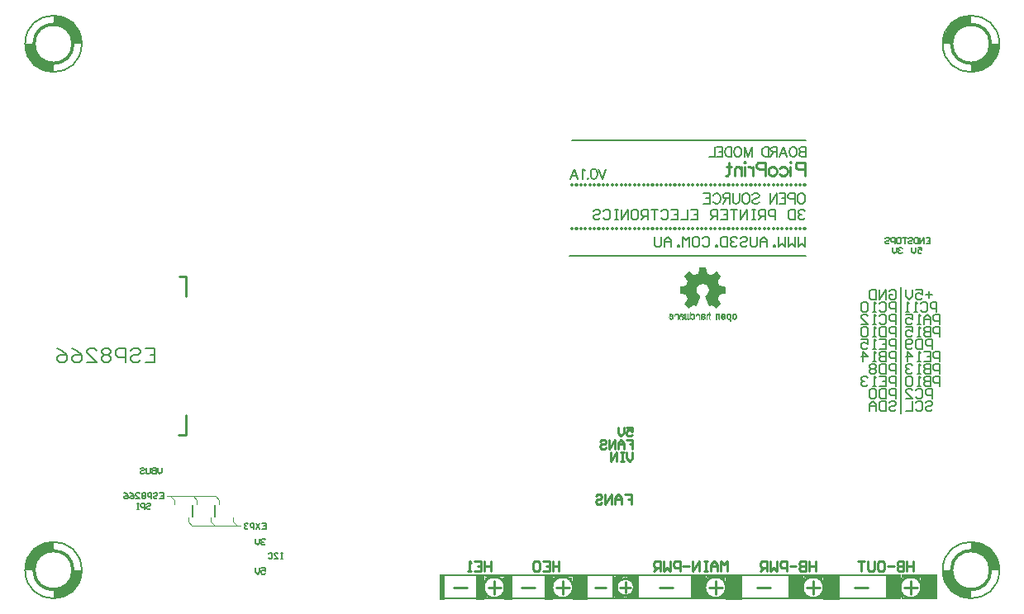
<source format=gbo>
G04 Layer_Color=32896*
%FSLAX44Y44*%
%MOMM*%
G71*
G01*
G75*
%ADD52C,0.2000*%
%ADD54C,0.3000*%
%ADD93C,0.2540*%
%ADD94C,0.1270*%
%ADD95C,0.1500*%
%ADD96C,0.1000*%
%ADD100R,0.1778X0.1270*%
%ADD101R,0.2540X0.3111*%
%ADD102R,0.3169X0.1119*%
%ADD103R,0.1270X0.3862*%
%ADD104R,0.5080X0.3810*%
%ADD105R,0.3810X0.3810*%
%ADD106R,0.2540X0.3810*%
%ADD107R,0.2540X0.3532*%
%ADD108R,2.1590X0.2870*%
%ADD109R,2.1590X0.2318*%
%ADD110R,0.3090X2.5230*%
%ADD111R,0.2730X2.5230*%
%ADD112R,0.8110X2.5000*%
%ADD114R,2.1590X0.2088*%
%ADD115R,0.2540X0.2881*%
%ADD182C,0.2032*%
%ADD183R,0.6000X2.5000*%
%ADD184R,0.9260X2.5000*%
%ADD185R,1.6260X2.5000*%
%ADD186R,45.6000X0.2000*%
%ADD187R,46.3000X0.2000*%
%ADD188R,1.5240X2.5500*%
%ADD189R,1.6580X2.5000*%
%ADD190R,2.1590X0.3370*%
%ADD191R,1.6580X2.5500*%
%ADD192R,0.0254X0.0254*%
%ADD193R,0.1016X0.0254*%
%ADD194R,0.2032X0.0254*%
%ADD195R,0.0762X0.0254*%
%ADD196R,0.0508X0.0254*%
%ADD197R,0.1778X0.0254*%
%ADD198R,0.1524X0.0254*%
%ADD199R,0.3048X0.0254*%
%ADD200R,0.2540X0.0254*%
%ADD201R,0.2286X0.0254*%
%ADD202R,0.4318X0.0254*%
%ADD203R,0.2794X0.0254*%
%ADD204R,0.1270X0.0254*%
%ADD205R,0.3556X0.0254*%
%ADD206R,0.4572X0.0254*%
%ADD207R,0.3302X0.0254*%
%ADD208R,0.3810X0.0254*%
%ADD209R,0.4064X0.0254*%
%ADD210R,0.5080X0.0254*%
%ADD211R,0.4826X0.0254*%
%ADD212R,0.6350X0.0254*%
%ADD213R,0.5842X0.0254*%
%ADD214R,0.6858X0.0254*%
%ADD215R,0.5334X0.0254*%
%ADD216R,0.5588X0.0254*%
%ADD217R,0.8128X0.0254*%
%ADD218R,0.7112X0.0254*%
%ADD219R,0.6604X0.0254*%
%ADD220R,0.6096X0.0254*%
G36*
X949850Y26750D02*
X951150Y25450D01*
Y21550D01*
X955050Y17650D01*
Y17000D01*
X959600Y12450D01*
X960900D01*
X962850Y10500D01*
X969500D01*
X970000Y10000D01*
Y1000D01*
X965200D01*
X962850Y2050D01*
X958950Y2700D01*
X957000Y4650D01*
X955050D01*
X950500Y9200D01*
X949850D01*
X945300Y13750D01*
Y15700D01*
X943350Y17650D01*
Y20250D01*
X941400Y22200D01*
Y26750D01*
X940750Y27400D01*
Y30000D01*
X949850D01*
Y26750D01*
D02*
G37*
G36*
X30000Y50150D02*
X26750D01*
X25450Y48850D01*
X21550D01*
X17650Y44950D01*
X17000D01*
X12450Y40400D01*
Y39100D01*
X10500Y37150D01*
Y30500D01*
X10000Y30000D01*
X1000D01*
Y34800D01*
X2050Y37150D01*
X2700Y41050D01*
X4650Y43000D01*
Y44950D01*
X9200Y49500D01*
Y50150D01*
X13750Y54700D01*
X15700D01*
X17650Y56650D01*
X20250D01*
X22200Y58600D01*
X26750D01*
X27400Y59250D01*
X30000D01*
Y50150D01*
D02*
G37*
G36*
X59000Y25200D02*
X57950Y22850D01*
X57300Y18950D01*
X55350Y17000D01*
Y15050D01*
X50800Y10500D01*
Y9850D01*
X46250Y5300D01*
X44300D01*
X42350Y3350D01*
X39750D01*
X37800Y1400D01*
X33250D01*
X32600Y750D01*
X30000D01*
Y9850D01*
X33250D01*
X34550Y11150D01*
X38450D01*
X42350Y15050D01*
X43000D01*
X47550Y19600D01*
Y20900D01*
X49500Y22850D01*
Y29500D01*
X50000Y30000D01*
X59000D01*
Y25200D01*
D02*
G37*
G36*
X614000Y23000D02*
X608900Y17200D01*
X607100Y12478D01*
X610556Y6156D01*
X614700Y3600D01*
X615400Y500D01*
X607100Y1800D01*
X606200D01*
X603250Y4750D01*
X603100Y23000D01*
X614000Y23000D01*
D02*
G37*
G36*
X628650Y4750D02*
X625700Y1800D01*
X624800D01*
X616500Y500D01*
X617200Y3600D01*
X621344Y6156D01*
X624800Y12478D01*
X623000Y17200D01*
X618000Y23000D01*
X628800Y23000D01*
X628650Y4750D01*
D02*
G37*
G36*
X977150Y57950D02*
X981050Y57300D01*
X983000Y55350D01*
X984950D01*
X989500Y50800D01*
X990150D01*
X994700Y46250D01*
Y44300D01*
X996650Y42350D01*
Y39750D01*
X998600Y37800D01*
Y33250D01*
X999250Y32600D01*
Y30000D01*
X990150D01*
Y33250D01*
X988850Y34550D01*
Y38450D01*
X984950Y42350D01*
Y43000D01*
X980400Y47550D01*
X979100D01*
X977150Y49500D01*
X970500D01*
X970000Y50000D01*
Y59000D01*
X974800D01*
X977150Y57950D01*
D02*
G37*
G36*
X37150Y597950D02*
X41050Y597300D01*
X43000Y595350D01*
X44950D01*
X49500Y590800D01*
X50150D01*
X54700Y586250D01*
Y584300D01*
X56650Y582350D01*
Y579750D01*
X58600Y577800D01*
Y573250D01*
X59250Y572600D01*
Y570000D01*
X50150D01*
Y573250D01*
X48850Y574550D01*
Y578450D01*
X44950Y582350D01*
Y583000D01*
X40400Y587550D01*
X39100D01*
X37150Y589500D01*
X30500D01*
X30000Y590000D01*
Y599000D01*
X34800D01*
X37150Y597950D01*
D02*
G37*
G36*
X970000Y590150D02*
X966750D01*
X965450Y588850D01*
X961550D01*
X957650Y584950D01*
X957000D01*
X952450Y580400D01*
Y579100D01*
X950500Y577150D01*
Y570500D01*
X950000Y570000D01*
X941000D01*
Y574800D01*
X942050Y577150D01*
X942700Y581050D01*
X944650Y583000D01*
Y584950D01*
X949200Y589500D01*
Y590150D01*
X953750Y594700D01*
X955700D01*
X957650Y596650D01*
X960250D01*
X962200Y598600D01*
X966750D01*
X967400Y599250D01*
X970000D01*
Y590150D01*
D02*
G37*
G36*
X9850Y566750D02*
X11150Y565450D01*
Y561550D01*
X15050Y557650D01*
Y557000D01*
X19600Y552450D01*
X20900D01*
X22850Y550500D01*
X29500D01*
X30000Y550000D01*
Y541000D01*
X25200D01*
X22850Y542050D01*
X18950Y542700D01*
X17000Y544650D01*
X15050D01*
X10500Y549200D01*
X9850D01*
X5300Y553750D01*
Y555700D01*
X3350Y557650D01*
Y560250D01*
X1400Y562200D01*
Y566750D01*
X750Y567400D01*
Y570000D01*
X9850D01*
Y566750D01*
D02*
G37*
G36*
X699005Y333276D02*
X703939Y331289D01*
X709115Y334479D01*
X709175Y334599D01*
X712966Y330808D01*
X709656Y326114D01*
X711700Y320641D01*
X717600Y319555D01*
X717542Y314442D01*
X711700Y312817D01*
X709716Y307940D01*
X712846Y302584D01*
X709295Y298974D01*
X704421Y302043D01*
X702194Y301321D01*
X698523Y310167D01*
X699366Y310949D01*
X701351Y313356D01*
X701893Y315764D01*
X701893Y318893D01*
X700629Y321300D01*
X698704Y323045D01*
X696176Y323948D01*
X693588Y323767D01*
X690760Y322383D01*
X688654Y319795D01*
X688173Y316726D01*
X688834Y313296D01*
X691723Y310347D01*
X688052Y301321D01*
X685886Y302283D01*
X680770Y298914D01*
X677518Y302647D01*
X680530Y308362D01*
X678604Y313236D01*
X672767Y314079D01*
X672646Y319494D01*
X678667Y320881D01*
X680710Y325994D01*
X677340Y331109D01*
X681132Y334539D01*
X686367Y331230D01*
X691362Y333215D01*
X692445Y339293D01*
X697681Y339414D01*
X699005Y333276D01*
D02*
G37*
G36*
X999000Y565200D02*
X997950Y562850D01*
X997300Y558950D01*
X995350Y557000D01*
Y555050D01*
X990800Y550500D01*
Y549850D01*
X986250Y545300D01*
X984300D01*
X982350Y543350D01*
X979750D01*
X977800Y541400D01*
X973250D01*
X972600Y540750D01*
X970000D01*
Y549850D01*
X973250D01*
X974550Y551150D01*
X978450D01*
X982350Y555050D01*
X983000D01*
X987550Y559600D01*
Y560900D01*
X989500Y562850D01*
Y569500D01*
X990000Y570000D01*
X999000D01*
Y565200D01*
D02*
G37*
D52*
X897890Y190500D02*
Y320040D01*
X886145Y201371D02*
X887812Y203037D01*
X891144D01*
X892810Y201371D01*
Y199704D01*
X891144Y198038D01*
X887812D01*
X886145Y196372D01*
Y194706D01*
X887812Y193040D01*
X891144D01*
X892810Y194706D01*
X882813Y203037D02*
Y193040D01*
X877815D01*
X876149Y194706D01*
Y201371D01*
X877815Y203037D01*
X882813D01*
X872816Y193040D02*
Y199704D01*
X869484Y203037D01*
X866152Y199704D01*
Y193040D01*
Y198038D01*
X872816D01*
X892810Y205740D02*
Y215737D01*
X887812D01*
X886145Y214071D01*
Y210738D01*
X887812Y209072D01*
X892810D01*
X882813Y215737D02*
Y205740D01*
X877815D01*
X876149Y207406D01*
Y214071D01*
X877815Y215737D01*
X882813D01*
X872816Y214071D02*
X871150Y215737D01*
X867818D01*
X866152Y214071D01*
Y207406D01*
X867818Y205740D01*
X871150D01*
X872816Y207406D01*
Y214071D01*
X892810Y218440D02*
Y228437D01*
X887812D01*
X886145Y226771D01*
Y223438D01*
X887812Y221772D01*
X892810D01*
X876149Y228437D02*
X882813D01*
Y218440D01*
X876149D01*
X882813Y223438D02*
X879481D01*
X872816Y218440D02*
X869484D01*
X871150D01*
Y228437D01*
X872816Y226771D01*
X864486D02*
X862820Y228437D01*
X859487D01*
X857821Y226771D01*
Y225105D01*
X859487Y223438D01*
X861153D01*
X859487D01*
X857821Y221772D01*
Y220106D01*
X859487Y218440D01*
X862820D01*
X864486Y220106D01*
X892810Y231140D02*
Y241137D01*
X887812D01*
X886145Y239471D01*
Y236138D01*
X887812Y234472D01*
X892810D01*
X882813Y241137D02*
Y231140D01*
X877815D01*
X876149Y232806D01*
Y239471D01*
X877815Y241137D01*
X882813D01*
X872816Y239471D02*
X871150Y241137D01*
X867818D01*
X866152Y239471D01*
Y237805D01*
X867818Y236138D01*
X866152Y234472D01*
Y232806D01*
X867818Y231140D01*
X871150D01*
X872816Y232806D01*
Y234472D01*
X871150Y236138D01*
X872816Y237805D01*
Y239471D01*
X871150Y236138D02*
X867818D01*
X892810Y243840D02*
Y253837D01*
X887812D01*
X886145Y252171D01*
Y248838D01*
X887812Y247172D01*
X892810D01*
X882813Y253837D02*
Y243840D01*
X877815D01*
X876149Y245506D01*
Y247172D01*
X877815Y248838D01*
X882813D01*
X877815D01*
X876149Y250504D01*
Y252171D01*
X877815Y253837D01*
X882813D01*
X872816Y243840D02*
X869484D01*
X871150D01*
Y253837D01*
X872816Y252171D01*
X859487Y243840D02*
Y253837D01*
X864486Y248838D01*
X857821D01*
X892810Y256540D02*
Y266537D01*
X887812D01*
X886145Y264871D01*
Y261538D01*
X887812Y259872D01*
X892810D01*
X876149Y266537D02*
X882813D01*
Y256540D01*
X876149D01*
X882813Y261538D02*
X879481D01*
X872816Y256540D02*
X869484D01*
X871150D01*
Y266537D01*
X872816Y264871D01*
X857821Y266537D02*
X864486D01*
Y261538D01*
X861153Y263204D01*
X859487D01*
X857821Y261538D01*
Y258206D01*
X859487Y256540D01*
X862820D01*
X864486Y258206D01*
X892810Y269240D02*
Y279237D01*
X887812D01*
X886145Y277571D01*
Y274238D01*
X887812Y272572D01*
X892810D01*
X882813Y279237D02*
Y269240D01*
X877815D01*
X876149Y270906D01*
Y277571D01*
X877815Y279237D01*
X882813D01*
X872816Y269240D02*
X869484D01*
X871150D01*
Y279237D01*
X872816Y277571D01*
X864486D02*
X862820Y279237D01*
X859487D01*
X857821Y277571D01*
Y270906D01*
X859487Y269240D01*
X862820D01*
X864486Y270906D01*
Y277571D01*
X892810Y281940D02*
Y291937D01*
X887812D01*
X886145Y290271D01*
Y286938D01*
X887812Y285272D01*
X892810D01*
X876149Y290271D02*
X877815Y291937D01*
X881147D01*
X882813Y290271D01*
Y283606D01*
X881147Y281940D01*
X877815D01*
X876149Y283606D01*
X872816Y281940D02*
X869484D01*
X871150D01*
Y291937D01*
X872816Y290271D01*
X857821Y281940D02*
X864486D01*
X857821Y288605D01*
Y290271D01*
X859487Y291937D01*
X862820D01*
X864486Y290271D01*
X892810Y294640D02*
Y304637D01*
X887812D01*
X886145Y302971D01*
Y299638D01*
X887812Y297972D01*
X892810D01*
X876149Y302971D02*
X877815Y304637D01*
X881147D01*
X882813Y302971D01*
Y296306D01*
X881147Y294640D01*
X877815D01*
X876149Y296306D01*
X872816Y294640D02*
X869484D01*
X871150D01*
Y304637D01*
X872816Y302971D01*
X864486D02*
X862820Y304637D01*
X859487D01*
X857821Y302971D01*
Y296306D01*
X859487Y294640D01*
X862820D01*
X864486Y296306D01*
Y302971D01*
X923220Y201371D02*
X924886Y203037D01*
X928219D01*
X929885Y201371D01*
Y199704D01*
X928219Y198038D01*
X924886D01*
X923220Y196372D01*
Y194706D01*
X924886Y193040D01*
X928219D01*
X929885Y194706D01*
X913223Y201371D02*
X914890Y203037D01*
X918222D01*
X919888Y201371D01*
Y194706D01*
X918222Y193040D01*
X914890D01*
X913223Y194706D01*
X909891Y203037D02*
Y193040D01*
X903227D01*
X929885Y205740D02*
Y215737D01*
X924886D01*
X923220Y214071D01*
Y210738D01*
X924886Y209072D01*
X929885D01*
X913223Y214071D02*
X914890Y215737D01*
X918222D01*
X919888Y214071D01*
Y207406D01*
X918222Y205740D01*
X914890D01*
X913223Y207406D01*
X903227Y205740D02*
X909891D01*
X903227Y212404D01*
Y214071D01*
X904893Y215737D01*
X908225D01*
X909891Y214071D01*
X938215Y218440D02*
Y228437D01*
X933217D01*
X931551Y226771D01*
Y223438D01*
X933217Y221772D01*
X938215D01*
X928219Y228437D02*
Y218440D01*
X923220D01*
X921554Y220106D01*
Y221772D01*
X923220Y223438D01*
X928219D01*
X923220D01*
X921554Y225105D01*
Y226771D01*
X923220Y228437D01*
X928219D01*
X918222Y218440D02*
X914890D01*
X916556D01*
Y228437D01*
X918222Y226771D01*
X909891D02*
X908225Y228437D01*
X904893D01*
X903227Y226771D01*
Y220106D01*
X904893Y218440D01*
X908225D01*
X909891Y220106D01*
Y226771D01*
X938215Y231140D02*
Y241137D01*
X933217D01*
X931551Y239471D01*
Y236138D01*
X933217Y234472D01*
X938215D01*
X928219Y241137D02*
Y231140D01*
X923220D01*
X921554Y232806D01*
Y234472D01*
X923220Y236138D01*
X928219D01*
X923220D01*
X921554Y237805D01*
Y239471D01*
X923220Y241137D01*
X928219D01*
X918222Y231140D02*
X914890D01*
X916556D01*
Y241137D01*
X918222Y239471D01*
X909891D02*
X908225Y241137D01*
X904893D01*
X903227Y239471D01*
Y237805D01*
X904893Y236138D01*
X906559D01*
X904893D01*
X903227Y234472D01*
Y232806D01*
X904893Y231140D01*
X908225D01*
X909891Y232806D01*
X938215Y243840D02*
Y253837D01*
X933217D01*
X931551Y252171D01*
Y248838D01*
X933217Y247172D01*
X938215D01*
X921554Y253837D02*
X928219D01*
Y243840D01*
X921554D01*
X928219Y248838D02*
X924886D01*
X918222Y243840D02*
X914890D01*
X916556D01*
Y253837D01*
X918222Y252171D01*
X904893Y243840D02*
Y253837D01*
X909891Y248838D01*
X903227D01*
X929885Y256540D02*
Y266537D01*
X924886D01*
X923220Y264871D01*
Y261538D01*
X924886Y259872D01*
X929885D01*
X919888Y266537D02*
Y256540D01*
X914890D01*
X913223Y258206D01*
Y264871D01*
X914890Y266537D01*
X919888D01*
X909891Y258206D02*
X908225Y256540D01*
X904893D01*
X903227Y258206D01*
Y264871D01*
X904893Y266537D01*
X908225D01*
X909891Y264871D01*
Y263204D01*
X908225Y261538D01*
X903227D01*
X938215Y269240D02*
Y279237D01*
X933217D01*
X931551Y277571D01*
Y274238D01*
X933217Y272572D01*
X938215D01*
X928219Y279237D02*
Y269240D01*
X923220D01*
X921554Y270906D01*
Y272572D01*
X923220Y274238D01*
X928219D01*
X923220D01*
X921554Y275905D01*
Y277571D01*
X923220Y279237D01*
X928219D01*
X918222Y269240D02*
X914890D01*
X916556D01*
Y279237D01*
X918222Y277571D01*
X903227Y279237D02*
X909891D01*
Y274238D01*
X906559Y275905D01*
X904893D01*
X903227Y274238D01*
Y270906D01*
X904893Y269240D01*
X908225D01*
X909891Y270906D01*
X938215Y281940D02*
Y291937D01*
X933217D01*
X931551Y290271D01*
Y286938D01*
X933217Y285272D01*
X938215D01*
X928219Y281940D02*
Y288605D01*
X924886Y291937D01*
X921554Y288605D01*
Y281940D01*
Y286938D01*
X928219D01*
X918222Y281940D02*
X914890D01*
X916556D01*
Y291937D01*
X918222Y290271D01*
X903227Y291937D02*
X909891D01*
Y286938D01*
X906559Y288605D01*
X904893D01*
X903227Y286938D01*
Y283606D01*
X904893Y281940D01*
X908225D01*
X909891Y283606D01*
X934883Y294640D02*
Y304637D01*
X929885D01*
X928219Y302971D01*
Y299638D01*
X929885Y297972D01*
X934883D01*
X918222Y302971D02*
X919888Y304637D01*
X923220D01*
X924886Y302971D01*
Y296306D01*
X923220Y294640D01*
X919888D01*
X918222Y296306D01*
X914890Y294640D02*
X911557D01*
X913223D01*
Y304637D01*
X914890Y302971D01*
X906559Y294640D02*
X903227D01*
X904893D01*
Y304637D01*
X906559Y302971D01*
X886145Y315671D02*
X887812Y317337D01*
X891144D01*
X892810Y315671D01*
Y309006D01*
X891144Y307340D01*
X887812D01*
X886145Y309006D01*
Y312338D01*
X889478D01*
X882813Y307340D02*
Y317337D01*
X876149Y307340D01*
Y317337D01*
X872816D02*
Y307340D01*
X867818D01*
X866152Y309006D01*
Y315671D01*
X867818Y317337D01*
X872816D01*
X929885Y312338D02*
X923220D01*
X926553Y315671D02*
Y309006D01*
X913223Y317337D02*
X919888D01*
Y312338D01*
X916556Y314004D01*
X914890D01*
X913223Y312338D01*
Y309006D01*
X914890Y307340D01*
X918222D01*
X919888Y309006D01*
X909891Y317337D02*
Y310672D01*
X906559Y307340D01*
X903227Y310672D01*
Y317337D01*
D54*
X50000Y570000D02*
G03*
X50000Y570000I-20000J0D01*
G01*
X990000D02*
G03*
X990000Y570000I-20000J0D01*
G01*
X50000Y30000D02*
G03*
X50000Y30000I-20000J0D01*
G01*
X990000D02*
G03*
X990000Y30000I-20000J0D01*
G01*
D93*
X492505Y12248D02*
G03*
X492505Y12248I-10925J0D01*
G01*
X562505D02*
G03*
X562505Y12248I-10925J0D01*
G01*
X624900Y12478D02*
G03*
X624900Y12478I-9000J0D01*
G01*
X719185Y12248D02*
G03*
X719185Y12248I-10925J0D01*
G01*
X819185D02*
G03*
X819185Y12248I-10925J0D01*
G01*
X919185D02*
G03*
X919185Y12248I-10925J0D01*
G01*
X159030Y330910D02*
X165380D01*
Y310590D02*
Y330910D01*
Y168350D02*
Y188670D01*
X157760Y168350D02*
X165380D01*
X799494Y441179D02*
X793508D01*
X791513Y441844D01*
X790848Y442509D01*
X790183Y443839D01*
Y445835D01*
X790848Y447165D01*
X791513Y447830D01*
X793508Y448495D01*
X799494D01*
Y434528D01*
X785726Y448495D02*
X785061Y447830D01*
X784396Y448495D01*
X785061Y449160D01*
X785726Y448495D01*
X785061Y443839D02*
Y434528D01*
X773954Y441844D02*
X775285Y443175D01*
X776615Y443839D01*
X778610D01*
X779940Y443175D01*
X781270Y441844D01*
X781936Y439849D01*
Y438519D01*
X781270Y436524D01*
X779940Y435193D01*
X778610Y434528D01*
X776615D01*
X775285Y435193D01*
X773954Y436524D01*
X767636Y443839D02*
X768966Y443175D01*
X770296Y441844D01*
X770961Y439849D01*
Y438519D01*
X770296Y436524D01*
X768966Y435193D01*
X767636Y434528D01*
X765641D01*
X764311Y435193D01*
X762980Y436524D01*
X762315Y438519D01*
Y439849D01*
X762980Y441844D01*
X764311Y443175D01*
X765641Y443839D01*
X767636D01*
X759256Y441179D02*
X753270D01*
X751275Y441844D01*
X750610Y442509D01*
X749944Y443839D01*
Y445835D01*
X750610Y447165D01*
X751275Y447830D01*
X753270Y448495D01*
X759256D01*
Y434528D01*
X746818Y443839D02*
Y434528D01*
Y439849D02*
X746153Y441844D01*
X744823Y443175D01*
X743493Y443839D01*
X741498D01*
X738904Y448495D02*
X738239Y447830D01*
X737574Y448495D01*
X738239Y449160D01*
X738904Y448495D01*
X738239Y443839D02*
Y434528D01*
X735113Y443839D02*
Y434528D01*
Y441179D02*
X733118Y443175D01*
X731787Y443839D01*
X729792D01*
X728462Y443175D01*
X727797Y441179D01*
Y434528D01*
X722143Y448495D02*
Y437189D01*
X721478Y435193D01*
X720148Y434528D01*
X718818D01*
X724139Y443839D02*
X719483D01*
X799494Y426400D02*
Y425484D01*
X798578D01*
Y426400D01*
X799494D01*
X794912D02*
Y425484D01*
X793996D01*
Y426400D01*
X794912D01*
X790330D02*
Y425484D01*
X789414D01*
Y426400D01*
X790330D01*
X785748D02*
Y425484D01*
X784832D01*
Y426400D01*
X785748D01*
X781167D02*
Y425484D01*
X780250D01*
Y426400D01*
X781167D01*
X776585D02*
Y425484D01*
X775668D01*
Y426400D01*
X776585D01*
X772003D02*
Y425484D01*
X771087D01*
Y426400D01*
X772003D01*
X767421D02*
Y425484D01*
X766505D01*
Y426400D01*
X767421D01*
X762839D02*
Y425484D01*
X761923D01*
Y426400D01*
X762839D01*
X758257D02*
Y425484D01*
X757341D01*
Y426400D01*
X758257D01*
X753676D02*
Y425484D01*
X752759D01*
Y426400D01*
X753676D01*
X749094D02*
Y425484D01*
X748177D01*
Y426400D01*
X749094D01*
X744512D02*
Y425484D01*
X743595D01*
Y426400D01*
X744512D01*
X739930D02*
Y425484D01*
X739014D01*
Y426400D01*
X739930D01*
X735348D02*
Y425484D01*
X734432D01*
Y426400D01*
X735348D01*
X730766D02*
Y425484D01*
X729850D01*
Y426400D01*
X730766D01*
X726184D02*
Y425484D01*
X725268D01*
Y426400D01*
X726184D01*
X721602D02*
Y425484D01*
X720686D01*
Y426400D01*
X721602D01*
X717021D02*
Y425484D01*
X716104D01*
Y426400D01*
X717021D01*
X712439D02*
Y425484D01*
X711522D01*
Y426400D01*
X712439D01*
X707857D02*
Y425484D01*
X706941D01*
Y426400D01*
X707857D01*
X703275D02*
Y425484D01*
X702359D01*
Y426400D01*
X703275D01*
X698693D02*
Y425484D01*
X697777D01*
Y426400D01*
X698693D01*
X694111D02*
Y425484D01*
X693195D01*
Y426400D01*
X694111D01*
X689529D02*
Y425484D01*
X688613D01*
Y426400D01*
X689529D01*
X684948D02*
Y425484D01*
X684031D01*
Y426400D01*
X684948D01*
X680366D02*
Y425484D01*
X679449D01*
Y426400D01*
X680366D01*
X675784D02*
Y425484D01*
X674867D01*
Y426400D01*
X675784D01*
X671202D02*
Y425484D01*
X670286D01*
Y426400D01*
X671202D01*
X666620D02*
Y425484D01*
X665704D01*
Y426400D01*
X666620D01*
X662038D02*
Y425484D01*
X661122D01*
Y426400D01*
X662038D01*
X657457D02*
Y425484D01*
X656540D01*
Y426400D01*
X657457D01*
X652875D02*
Y425484D01*
X651958D01*
Y426400D01*
X652875D01*
X648293D02*
Y425484D01*
X647376D01*
Y426400D01*
X648293D01*
X643711D02*
Y425484D01*
X642794D01*
Y426400D01*
X643711D01*
X639129D02*
Y425484D01*
X638213D01*
Y426400D01*
X639129D01*
X634547D02*
Y425484D01*
X633631D01*
Y426400D01*
X634547D01*
X629965D02*
Y425484D01*
X629049D01*
Y426400D01*
X629965D01*
X625383D02*
Y425484D01*
X624467D01*
Y426400D01*
X625383D01*
X620802D02*
Y425484D01*
X619885D01*
Y426400D01*
X620802D01*
X616220D02*
Y425484D01*
X615303D01*
Y426400D01*
X616220D01*
X611638D02*
Y425484D01*
X610722D01*
Y426400D01*
X611638D01*
X607056D02*
Y425484D01*
X606140D01*
Y426400D01*
X607056D01*
X602474D02*
Y425484D01*
X601558D01*
Y426400D01*
X602474D01*
X597892D02*
Y425484D01*
X596976D01*
Y426400D01*
X597892D01*
X593311D02*
Y425484D01*
X592394D01*
Y426400D01*
X593311D01*
X588729D02*
Y425484D01*
X587812D01*
Y426400D01*
X588729D01*
X584147D02*
Y425484D01*
X583230D01*
Y426400D01*
X584147D01*
X579565D02*
Y425484D01*
X578649D01*
Y426400D01*
X579565D01*
X574983D02*
Y425484D01*
X574067D01*
Y426400D01*
X574983D01*
X570401D02*
Y425484D01*
X569485D01*
Y426400D01*
X570401D01*
X565819D02*
Y425484D01*
X564903D01*
Y426400D01*
X565819D01*
X561237D02*
Y425484D01*
X560321D01*
Y426400D01*
X561237D01*
X799494Y381442D02*
Y380526D01*
X798578D01*
Y381442D01*
X799494D01*
X794912D02*
Y380526D01*
X793996D01*
Y381442D01*
X794912D01*
X790330D02*
Y380526D01*
X789414D01*
Y381442D01*
X790330D01*
X785748D02*
Y380526D01*
X784832D01*
Y381442D01*
X785748D01*
X781167D02*
Y380526D01*
X780250D01*
Y381442D01*
X781167D01*
X776585D02*
Y380526D01*
X775668D01*
Y381442D01*
X776585D01*
X772003D02*
Y380526D01*
X771087D01*
Y381442D01*
X772003D01*
X767421D02*
Y380526D01*
X766505D01*
Y381442D01*
X767421D01*
X762839D02*
Y380526D01*
X761923D01*
Y381442D01*
X762839D01*
X758257D02*
Y380526D01*
X757341D01*
Y381442D01*
X758257D01*
X753676D02*
Y380526D01*
X752759D01*
Y381442D01*
X753676D01*
X749094D02*
Y380526D01*
X748177D01*
Y381442D01*
X749094D01*
X744512D02*
Y380526D01*
X743595D01*
Y381442D01*
X744512D01*
X739930D02*
Y380526D01*
X739014D01*
Y381442D01*
X739930D01*
X735348D02*
Y380526D01*
X734432D01*
Y381442D01*
X735348D01*
X730766D02*
Y380526D01*
X729850D01*
Y381442D01*
X730766D01*
X726184D02*
Y380526D01*
X725268D01*
Y381442D01*
X726184D01*
X721602D02*
Y380526D01*
X720686D01*
Y381442D01*
X721602D01*
X717021D02*
Y380526D01*
X716104D01*
Y381442D01*
X717021D01*
X712439D02*
Y380526D01*
X711522D01*
Y381442D01*
X712439D01*
X707857D02*
Y380526D01*
X706941D01*
Y381442D01*
X707857D01*
X703275D02*
Y380526D01*
X702359D01*
Y381442D01*
X703275D01*
X698693D02*
Y380526D01*
X697777D01*
Y381442D01*
X698693D01*
X694111D02*
Y380526D01*
X693195D01*
Y381442D01*
X694111D01*
X689529D02*
Y380526D01*
X688613D01*
Y381442D01*
X689529D01*
X684948D02*
Y380526D01*
X684031D01*
Y381442D01*
X684948D01*
X680366D02*
Y380526D01*
X679449D01*
Y381442D01*
X680366D01*
X675784D02*
Y380526D01*
X674867D01*
Y381442D01*
X675784D01*
X671202D02*
Y380526D01*
X670286D01*
Y381442D01*
X671202D01*
X666620D02*
Y380526D01*
X665704D01*
Y381442D01*
X666620D01*
X662038D02*
Y380526D01*
X661122D01*
Y381442D01*
X662038D01*
X657457D02*
Y380526D01*
X656540D01*
Y381442D01*
X657457D01*
X652875D02*
Y380526D01*
X651958D01*
Y381442D01*
X652875D01*
X648293D02*
Y380526D01*
X647376D01*
Y381442D01*
X648293D01*
X643711D02*
Y380526D01*
X642794D01*
Y381442D01*
X643711D01*
X639129D02*
Y380526D01*
X638213D01*
Y381442D01*
X639129D01*
X634547D02*
Y380526D01*
X633631D01*
Y381442D01*
X634547D01*
X629965D02*
Y380526D01*
X629049D01*
Y381442D01*
X629965D01*
X625383D02*
Y380526D01*
X624467D01*
Y381442D01*
X625383D01*
X620802D02*
Y380526D01*
X619885D01*
Y381442D01*
X620802D01*
X616220D02*
Y380526D01*
X615303D01*
Y381442D01*
X616220D01*
X611638D02*
Y380526D01*
X610722D01*
Y381442D01*
X611638D01*
X607056D02*
Y380526D01*
X606140D01*
Y381442D01*
X607056D01*
X602474D02*
Y380526D01*
X601558D01*
Y381442D01*
X602474D01*
X597892D02*
Y380526D01*
X596976D01*
Y381442D01*
X597892D01*
X593311D02*
Y380526D01*
X592394D01*
Y381442D01*
X593311D01*
X588729D02*
Y380526D01*
X587812D01*
Y381442D01*
X588729D01*
X584147D02*
Y380526D01*
X583230D01*
Y381442D01*
X584147D01*
X579565D02*
Y380526D01*
X578649D01*
Y381442D01*
X579565D01*
X574983D02*
Y380526D01*
X574067D01*
Y381442D01*
X574983D01*
X570401D02*
Y380526D01*
X569485D01*
Y381442D01*
X570401D01*
X565819D02*
Y380526D01*
X564903D01*
Y381442D01*
X565819D01*
X561237D02*
Y380526D01*
X560321D01*
Y381442D01*
X561237D01*
X478000Y38997D02*
Y29000D01*
Y33998D01*
X471335D01*
Y38997D01*
Y29000D01*
X461339Y38997D02*
X468003D01*
Y29000D01*
X461339D01*
X468003Y33998D02*
X464671D01*
X458006Y29000D02*
X454674D01*
X456340D01*
Y38997D01*
X458006Y37331D01*
X548000Y38997D02*
Y29000D01*
Y33998D01*
X541335D01*
Y38997D01*
Y29000D01*
X531339Y38997D02*
X538003D01*
Y29000D01*
X531339D01*
X538003Y33998D02*
X534671D01*
X528006Y37331D02*
X526340Y38997D01*
X523008D01*
X521342Y37331D01*
Y30666D01*
X523008Y29000D01*
X526340D01*
X528006Y30666D01*
Y37331D01*
X439930Y12084D02*
X453259D01*
X475230D02*
X488559D01*
X481894Y18749D02*
Y5420D01*
X545230Y12084D02*
X558559D01*
X551894Y18749D02*
Y5420D01*
X509430Y12084D02*
X522759D01*
X615336Y107997D02*
X622000D01*
Y102998D01*
X618668D01*
X622000D01*
Y98000D01*
X612003D02*
Y104664D01*
X608671Y107997D01*
X605339Y104664D01*
Y98000D01*
Y102998D01*
X612003D01*
X602006Y98000D02*
Y107997D01*
X595342Y98000D01*
Y107997D01*
X585345Y106331D02*
X587011Y107997D01*
X590344D01*
X592010Y106331D01*
Y104664D01*
X590344Y102998D01*
X587011D01*
X585345Y101332D01*
Y99666D01*
X587011Y98000D01*
X590344D01*
X592010Y99666D01*
X610250Y12415D02*
X621580D01*
X615915Y18080D02*
Y6750D01*
X584850Y12215D02*
X596179D01*
X720000Y29000D02*
Y38997D01*
X716668Y35665D01*
X713335Y38997D01*
Y29000D01*
X710003D02*
Y35665D01*
X706671Y38997D01*
X703339Y35665D01*
Y29000D01*
Y33998D01*
X710003D01*
X700006Y38997D02*
X696674D01*
X698340D01*
Y29000D01*
X700006D01*
X696674D01*
X691676D02*
Y38997D01*
X685011Y29000D01*
Y38997D01*
X681679Y33998D02*
X675014D01*
X671682Y29000D02*
Y38997D01*
X666684D01*
X665018Y37331D01*
Y33998D01*
X666684Y32332D01*
X671682D01*
X661685Y38997D02*
Y29000D01*
X658353Y32332D01*
X655021Y29000D01*
Y38997D01*
X651689Y29000D02*
Y38997D01*
X646690D01*
X645024Y37331D01*
Y33998D01*
X646690Y32332D01*
X651689D01*
X648356D02*
X645024Y29000D01*
X701910Y12085D02*
X715239D01*
X708574Y18749D02*
Y5420D01*
X651110Y12085D02*
X664439D01*
X811000Y38997D02*
Y29000D01*
Y33998D01*
X804335D01*
Y38997D01*
Y29000D01*
X801003Y38997D02*
Y29000D01*
X796005D01*
X794339Y30666D01*
Y32332D01*
X796005Y33998D01*
X801003D01*
X796005D01*
X794339Y35665D01*
Y37331D01*
X796005Y38997D01*
X801003D01*
X791006Y33998D02*
X784342D01*
X781010Y29000D02*
Y38997D01*
X776011D01*
X774345Y37331D01*
Y33998D01*
X776011Y32332D01*
X781010D01*
X771013Y38997D02*
Y29000D01*
X767681Y32332D01*
X764348Y29000D01*
Y38997D01*
X761016Y29000D02*
Y38997D01*
X756018D01*
X754352Y37331D01*
Y33998D01*
X756018Y32332D01*
X761016D01*
X757684D02*
X754352Y29000D01*
X801910Y12085D02*
X815239D01*
X808574Y18749D02*
Y5420D01*
X751110Y12085D02*
X764439D01*
X851110D02*
X864439D01*
X901910D02*
X915239D01*
X908574Y18749D02*
Y5420D01*
X911000Y38997D02*
Y29000D01*
Y33998D01*
X904335D01*
Y38997D01*
Y29000D01*
X901003Y38997D02*
Y29000D01*
X896005D01*
X894339Y30666D01*
Y32332D01*
X896005Y33998D01*
X901003D01*
X896005D01*
X894339Y35665D01*
Y37331D01*
X896005Y38997D01*
X901003D01*
X891006Y33998D02*
X884342D01*
X876011Y38997D02*
X879343D01*
X881010Y37331D01*
Y30666D01*
X879343Y29000D01*
X876011D01*
X874345Y30666D01*
Y37331D01*
X876011Y38997D01*
X871013D02*
Y30666D01*
X869347Y29000D01*
X866014D01*
X864348Y30666D01*
Y38997D01*
X861016D02*
X854352D01*
X857684D01*
Y29000D01*
X617181Y163587D02*
X623180D01*
Y159088D01*
X620181D01*
X623180D01*
Y154590D01*
X614182D02*
Y160588D01*
X611183Y163587D01*
X608184Y160588D01*
Y154590D01*
Y159088D01*
X614182D01*
X605185Y154590D02*
Y163587D01*
X599187Y154590D01*
Y163587D01*
X590190Y162087D02*
X591690Y163587D01*
X594689D01*
X596188Y162087D01*
Y160588D01*
X594689Y159088D01*
X591690D01*
X590190Y157589D01*
Y156089D01*
X591690Y154590D01*
X594689D01*
X596188Y156089D01*
X623180Y150687D02*
Y144689D01*
X620181Y141690D01*
X617181Y144689D01*
Y150687D01*
X614182D02*
X611183D01*
X612683D01*
Y141690D01*
X614182D01*
X611183D01*
X606685D02*
Y150687D01*
X600687Y141690D01*
Y150687D01*
X617181Y176487D02*
X623180D01*
Y171988D01*
X620181Y173488D01*
X618681D01*
X617181Y171988D01*
Y168989D01*
X618681Y167489D01*
X621680D01*
X623180Y168989D01*
X614182Y176487D02*
Y170488D01*
X611183Y167489D01*
X608184Y170488D01*
Y176487D01*
D94*
X800764Y464244D02*
Y454086D01*
Y464244D02*
X796411D01*
X794959Y463760D01*
X794476Y463277D01*
X793992Y462309D01*
Y461342D01*
X794476Y460374D01*
X794959Y459891D01*
X796411Y459407D01*
X800764D02*
X796411D01*
X794959Y458923D01*
X794476Y458440D01*
X793992Y457472D01*
Y456021D01*
X794476Y455054D01*
X794959Y454570D01*
X796411Y454086D01*
X800764D01*
X788817Y464244D02*
X789784Y463760D01*
X790751Y462793D01*
X791235Y461825D01*
X791719Y460374D01*
Y457956D01*
X791235Y456505D01*
X790751Y455537D01*
X789784Y454570D01*
X788817Y454086D01*
X786882D01*
X785914Y454570D01*
X784947Y455537D01*
X784463Y456505D01*
X783979Y457956D01*
Y460374D01*
X784463Y461825D01*
X784947Y462793D01*
X785914Y463760D01*
X786882Y464244D01*
X788817D01*
X773870Y454086D02*
X777740Y464244D01*
X781609Y454086D01*
X780158Y457472D02*
X775321D01*
X771500Y464244D02*
Y454086D01*
Y464244D02*
X767146D01*
X765695Y463760D01*
X765212Y463277D01*
X764728Y462309D01*
Y461342D01*
X765212Y460374D01*
X765695Y459891D01*
X767146Y459407D01*
X771500D01*
X768114D02*
X764728Y454086D01*
X762455Y464244D02*
Y454086D01*
Y464244D02*
X759069D01*
X757617Y463760D01*
X756650Y462793D01*
X756166Y461825D01*
X755683Y460374D01*
Y457956D01*
X756166Y456505D01*
X756650Y455537D01*
X757617Y454570D01*
X759069Y454086D01*
X762455D01*
X745428Y464244D02*
Y454086D01*
Y464244D02*
X741558Y454086D01*
X737689Y464244D02*
X741558Y454086D01*
X737689Y464244D02*
Y454086D01*
X731884Y464244D02*
X732852Y463760D01*
X733819Y462793D01*
X734303Y461825D01*
X734787Y460374D01*
Y457956D01*
X734303Y456505D01*
X733819Y455537D01*
X732852Y454570D01*
X731884Y454086D01*
X729949D01*
X728982Y454570D01*
X728015Y455537D01*
X727531Y456505D01*
X727047Y457956D01*
Y460374D01*
X727531Y461825D01*
X728015Y462793D01*
X728982Y463760D01*
X729949Y464244D01*
X731884D01*
X724677D02*
Y454086D01*
Y464244D02*
X721291D01*
X719840Y463760D01*
X718873Y462793D01*
X718389Y461825D01*
X717905Y460374D01*
Y457956D01*
X718389Y456505D01*
X718873Y455537D01*
X719840Y454570D01*
X721291Y454086D01*
X724677D01*
X709344Y464244D02*
X715632D01*
Y454086D01*
X709344D01*
X715632Y459407D02*
X711762D01*
X707651Y464244D02*
Y454086D01*
X701846D01*
X596040Y441638D02*
X592170Y431480D01*
X588301Y441638D02*
X592170Y431480D01*
X584092Y441638D02*
X585544Y441154D01*
X586511Y439703D01*
X586995Y437285D01*
Y435834D01*
X586511Y433415D01*
X585544Y431964D01*
X584092Y431480D01*
X583125D01*
X581674Y431964D01*
X580706Y433415D01*
X580223Y435834D01*
Y437285D01*
X580706Y439703D01*
X581674Y441154D01*
X583125Y441638D01*
X584092D01*
X577466Y432448D02*
X577949Y431964D01*
X577466Y431480D01*
X576982Y431964D01*
X577466Y432448D01*
X574757Y439703D02*
X573790Y440187D01*
X572338Y441638D01*
Y431480D01*
X559569D02*
X563438Y441638D01*
X567308Y431480D01*
X565857Y434866D02*
X561020D01*
D95*
X59000Y570000D02*
G03*
X59000Y570000I-29000J0D01*
G01*
X999000D02*
G03*
X999000Y570000I-29000J0D01*
G01*
X59000Y30000D02*
G03*
X59000Y30000I-29000J0D01*
G01*
X999000D02*
G03*
X999000Y30000I-29000J0D01*
G01*
X172500Y85000D02*
Y97000D01*
X195500Y85000D02*
Y97000D01*
X243505Y78296D02*
X247503D01*
Y72298D01*
X243505D01*
X247503Y75297D02*
X245504D01*
X241505Y78296D02*
X237507Y72298D01*
Y78296D02*
X241505Y72298D01*
X235507D02*
Y78296D01*
X232508D01*
X231509Y77297D01*
Y75297D01*
X232508Y74297D01*
X235507D01*
X229509Y77297D02*
X228510Y78296D01*
X226510D01*
X225511Y77297D01*
Y76297D01*
X226510Y75297D01*
X227510D01*
X226510D01*
X225511Y74297D01*
Y73298D01*
X226510Y72298D01*
X228510D01*
X229509Y73298D01*
X138501Y109296D02*
X142500D01*
Y103298D01*
X138501D01*
X142500Y106297D02*
X140501D01*
X132503Y108296D02*
X133503Y109296D01*
X135502D01*
X136502Y108296D01*
Y107296D01*
X135502Y106297D01*
X133503D01*
X132503Y105297D01*
Y104297D01*
X133503Y103298D01*
X135502D01*
X136502Y104297D01*
X130504Y103298D02*
Y109296D01*
X127505D01*
X126505Y108296D01*
Y106297D01*
X127505Y105297D01*
X130504D01*
X124506Y108296D02*
X123506Y109296D01*
X121507D01*
X120507Y108296D01*
Y107296D01*
X121507Y106297D01*
X120507Y105297D01*
Y104297D01*
X121507Y103298D01*
X123506D01*
X124506Y104297D01*
Y105297D01*
X123506Y106297D01*
X124506Y107296D01*
Y108296D01*
X123506Y106297D02*
X121507D01*
X114509Y103298D02*
X118508D01*
X114509Y107296D01*
Y108296D01*
X115509Y109296D01*
X117508D01*
X118508Y108296D01*
X108511Y109296D02*
X110510Y108296D01*
X112510Y106297D01*
Y104297D01*
X111510Y103298D01*
X109511D01*
X108511Y104297D01*
Y105297D01*
X109511Y106297D01*
X112510D01*
X102513Y109296D02*
X104512Y108296D01*
X106512Y106297D01*
Y104297D01*
X105512Y103298D01*
X103513D01*
X102513Y104297D01*
Y105297D01*
X103513Y106297D01*
X106512D01*
X125506Y97498D02*
X126505Y98498D01*
X128505D01*
X129504Y97498D01*
Y96499D01*
X128505Y95499D01*
X126505D01*
X125506Y94499D01*
Y93500D01*
X126505Y92500D01*
X128505D01*
X129504Y93500D01*
X123506Y92500D02*
Y98498D01*
X120507D01*
X119508Y97498D01*
Y95499D01*
X120507Y94499D01*
X123506D01*
X117508Y98498D02*
X115509D01*
X116509D01*
Y92500D01*
X117508D01*
X115509D01*
X124003Y257995D02*
X134000D01*
Y243000D01*
X124003D01*
X134000Y250498D02*
X129002D01*
X109008Y255496D02*
X111507Y257995D01*
X116506D01*
X119005Y255496D01*
Y252997D01*
X116506Y250498D01*
X111507D01*
X109008Y247998D01*
Y245499D01*
X111507Y243000D01*
X116506D01*
X119005Y245499D01*
X104010Y243000D02*
Y257995D01*
X96512D01*
X94013Y255496D01*
Y250498D01*
X96512Y247998D01*
X104010D01*
X89015Y255496D02*
X86515Y257995D01*
X81517D01*
X79018Y255496D01*
Y252997D01*
X81517Y250498D01*
X79018Y247998D01*
Y245499D01*
X81517Y243000D01*
X86515D01*
X89015Y245499D01*
Y247998D01*
X86515Y250498D01*
X89015Y252997D01*
Y255496D01*
X86515Y250498D02*
X81517D01*
X64023Y243000D02*
X74019D01*
X64023Y252997D01*
Y255496D01*
X66522Y257995D01*
X71520D01*
X74019Y255496D01*
X49028Y257995D02*
X54026Y255496D01*
X59024Y250498D01*
Y245499D01*
X56525Y243000D01*
X51527D01*
X49028Y245499D01*
Y247998D01*
X51527Y250498D01*
X59024D01*
X34032Y257995D02*
X39031Y255496D01*
X44029Y250498D01*
Y245499D01*
X41530Y243000D01*
X36532D01*
X34032Y245499D01*
Y247998D01*
X36532Y250498D01*
X44029D01*
X899500Y359998D02*
X898500Y360998D01*
X896501D01*
X895501Y359998D01*
Y358998D01*
X896501Y357999D01*
X897500D01*
X896501D01*
X895501Y356999D01*
Y355999D01*
X896501Y355000D01*
X898500D01*
X899500Y355999D01*
X893502Y360998D02*
Y356999D01*
X891502Y355000D01*
X889503Y356999D01*
Y360998D01*
X915501Y360998D02*
X919500D01*
Y357999D01*
X917501Y358999D01*
X916501D01*
X915501Y357999D01*
Y356000D01*
X916501Y355000D01*
X918500D01*
X919500Y356000D01*
X913502Y360998D02*
Y356999D01*
X911503Y355000D01*
X909503Y356999D01*
Y360998D01*
X924001Y370998D02*
X928000D01*
Y365000D01*
X924001D01*
X928000Y367999D02*
X926001D01*
X922002Y365000D02*
Y370998D01*
X918003Y365000D01*
Y370998D01*
X916004D02*
Y365000D01*
X913005D01*
X912005Y366000D01*
Y369998D01*
X913005Y370998D01*
X916004D01*
X906007Y369998D02*
X907007Y370998D01*
X909006D01*
X910006Y369998D01*
Y368999D01*
X909006Y367999D01*
X907007D01*
X906007Y366999D01*
Y366000D01*
X907007Y365000D01*
X909006D01*
X910006Y366000D01*
X904008Y370998D02*
X900009D01*
X902008D01*
Y365000D01*
X895011Y370998D02*
X897010D01*
X898010Y369998D01*
Y366000D01*
X897010Y365000D01*
X895011D01*
X894011Y366000D01*
Y369998D01*
X895011Y370998D01*
X892012Y365000D02*
Y370998D01*
X889013D01*
X888013Y369998D01*
Y367999D01*
X889013Y366999D01*
X892012D01*
X882015Y369998D02*
X883015Y370998D01*
X885014D01*
X886014Y369998D01*
Y368999D01*
X885014Y367999D01*
X883015D01*
X882015Y366999D01*
Y366000D01*
X883015Y365000D01*
X885014D01*
X886014Y366000D01*
X243001Y31998D02*
X247000D01*
Y28999D01*
X245000Y29998D01*
X244001D01*
X243001Y28999D01*
Y26999D01*
X244001Y26000D01*
X246000D01*
X247000Y26999D01*
X241002Y31998D02*
Y27999D01*
X239002Y26000D01*
X237003Y27999D01*
Y31998D01*
X247000Y60998D02*
X246000Y61998D01*
X244001D01*
X243001Y60998D01*
Y59998D01*
X244001Y58999D01*
X245000D01*
X244001D01*
X243001Y57999D01*
Y56999D01*
X244001Y56000D01*
X246000D01*
X247000Y56999D01*
X241002Y61998D02*
Y57999D01*
X239002Y56000D01*
X237003Y57999D01*
Y61998D01*
X265000Y47816D02*
X263000D01*
X264000D01*
Y41818D01*
X265000D01*
X263000D01*
X256003D02*
X260001D01*
X256003Y45816D01*
Y46816D01*
X257002Y47816D01*
X259002D01*
X260001Y46816D01*
X250005D02*
X251004Y47816D01*
X253004D01*
X254003Y46816D01*
Y42817D01*
X253004Y41818D01*
X251004D01*
X250005Y42817D01*
X141000Y134998D02*
Y130999D01*
X139000Y129000D01*
X137001Y130999D01*
Y134998D01*
X135002D02*
Y129000D01*
X132003D01*
X131003Y129999D01*
Y130999D01*
X132003Y131999D01*
X135002D01*
X132003D01*
X131003Y132998D01*
Y133998D01*
X132003Y134998D01*
X135002D01*
X129004D02*
Y129999D01*
X128004Y129000D01*
X126005D01*
X125005Y129999D01*
Y134998D01*
X119007Y133998D02*
X120007Y134998D01*
X122006D01*
X123006Y133998D01*
Y132998D01*
X122006Y131999D01*
X120007D01*
X119007Y130999D01*
Y129999D01*
X120007Y129000D01*
X122006D01*
X123006Y129999D01*
D96*
X214000Y80000D02*
Y84000D01*
Y80000D02*
X218000Y76000D01*
X191000Y80000D02*
Y84000D01*
Y80000D02*
X195000Y76000D01*
X172000D02*
X222000D01*
X168000Y80000D02*
X172000Y76000D01*
X168000Y80000D02*
Y84000D01*
X200000Y98000D02*
Y102000D01*
X196000Y106000D02*
X200000Y102000D01*
X146000Y106000D02*
X196000D01*
X173000D02*
X177000Y102000D01*
Y98000D02*
Y102000D01*
X150000Y106000D02*
X154000Y102000D01*
Y98000D02*
Y102000D01*
D100*
X488311Y2723D02*
D03*
X558311D02*
D03*
X622131Y2953D02*
D03*
X714991Y2723D02*
D03*
X814991D02*
D03*
X914991D02*
D03*
D101*
X607780Y1555D02*
D03*
D102*
X489514Y21849D02*
D03*
X559514D02*
D03*
X623334Y22079D02*
D03*
X716194Y21849D02*
D03*
X816194D02*
D03*
X916194D02*
D03*
D103*
X474595Y23069D02*
D03*
X544595D02*
D03*
X608415Y23299D02*
D03*
X701275Y23069D02*
D03*
X801275D02*
D03*
X901275D02*
D03*
D104*
X471420Y3993D02*
D03*
X541420D02*
D03*
X605240Y4223D02*
D03*
X698100Y3993D02*
D03*
X798100D02*
D03*
X898100D02*
D03*
D105*
X491105Y3993D02*
D03*
X561105D02*
D03*
X624925Y4223D02*
D03*
X717785Y3993D02*
D03*
X817785D02*
D03*
X917785D02*
D03*
D106*
X490470Y20503D02*
D03*
X560470D02*
D03*
X624290Y20733D02*
D03*
X717150Y20503D02*
D03*
X817150D02*
D03*
X917150D02*
D03*
D107*
X472690Y20364D02*
D03*
X542690D02*
D03*
X606510Y20594D02*
D03*
X699370Y20364D02*
D03*
X799370D02*
D03*
X899370D02*
D03*
D108*
X482215Y23565D02*
D03*
X552215D02*
D03*
X616035Y23795D02*
D03*
D109*
Y1159D02*
D03*
D110*
X628105Y12615D02*
D03*
D111*
X603875D02*
D03*
D112*
X467365Y12500D02*
D03*
X537365D02*
D03*
D114*
X482215Y1044D02*
D03*
X552215D02*
D03*
X708895Y1044D02*
D03*
X808895D02*
D03*
X908895D02*
D03*
D115*
X473960Y1440D02*
D03*
X543960D02*
D03*
X700640Y1440D02*
D03*
X800640D02*
D03*
X900640D02*
D03*
D182*
X558956Y352728D02*
X801018D01*
X561242Y471358D02*
X801018D01*
X800002Y398034D02*
X798309Y399727D01*
X794924D01*
X793231Y398034D01*
Y396341D01*
X794924Y394649D01*
X796616D01*
X794924D01*
X793231Y392956D01*
Y391263D01*
X794924Y389570D01*
X798309D01*
X800002Y391263D01*
X789845Y399727D02*
Y389570D01*
X784767D01*
X783074Y391263D01*
Y398034D01*
X784767Y399727D01*
X789845D01*
X769532Y389570D02*
Y399727D01*
X764454D01*
X762761Y398034D01*
Y394649D01*
X764454Y392956D01*
X769532D01*
X759375Y389570D02*
Y399727D01*
X754297D01*
X752604Y398034D01*
Y394649D01*
X754297Y392956D01*
X759375D01*
X755990D02*
X752604Y389570D01*
X749218Y399727D02*
X745833D01*
X747526D01*
Y389570D01*
X749218D01*
X745833D01*
X740754D02*
Y399727D01*
X733983Y389570D01*
Y399727D01*
X730598D02*
X723827D01*
X727212D01*
Y389570D01*
X713670Y399727D02*
X720441D01*
Y389570D01*
X713670D01*
X720441Y394649D02*
X717055D01*
X710284Y389570D02*
Y399727D01*
X705206D01*
X703513Y398034D01*
Y394649D01*
X705206Y392956D01*
X710284D01*
X706899D02*
X703513Y389570D01*
X683200Y399727D02*
X689971D01*
Y389570D01*
X683200D01*
X689971Y394649D02*
X686585D01*
X679814Y399727D02*
Y389570D01*
X673043D01*
X662886Y399727D02*
X669657D01*
Y389570D01*
X662886D01*
X669657Y394649D02*
X666272D01*
X652729Y398034D02*
X654422Y399727D01*
X657808D01*
X659501Y398034D01*
Y391263D01*
X657808Y389570D01*
X654422D01*
X652729Y391263D01*
X649344Y399727D02*
X642573D01*
X645958D01*
Y389570D01*
X639187D02*
Y399727D01*
X634109D01*
X632416Y398034D01*
Y394649D01*
X634109Y392956D01*
X639187D01*
X635802D02*
X632416Y389570D01*
X623952Y399727D02*
X627338D01*
X629030Y398034D01*
Y391263D01*
X627338Y389570D01*
X623952D01*
X622259Y391263D01*
Y398034D01*
X623952Y399727D01*
X618874Y389570D02*
Y399727D01*
X612103Y389570D01*
Y399727D01*
X608717D02*
X605331D01*
X607024D01*
Y389570D01*
X608717D01*
X605331D01*
X593482Y398034D02*
X595175Y399727D01*
X598560D01*
X600253Y398034D01*
Y391263D01*
X598560Y389570D01*
X595175D01*
X593482Y391263D01*
X583325Y398034D02*
X585018Y399727D01*
X588404D01*
X590096Y398034D01*
Y396341D01*
X588404Y394649D01*
X585018D01*
X583325Y392956D01*
Y391263D01*
X585018Y389570D01*
X588404D01*
X590096Y391263D01*
X796955Y416492D02*
X797970Y415984D01*
X798986Y414968D01*
X799494Y413952D01*
X800002Y412429D01*
Y409889D01*
X799494Y408366D01*
X798986Y407350D01*
X797970Y406334D01*
X796955Y405826D01*
X794923D01*
X793907Y406334D01*
X792891Y407350D01*
X792384Y408366D01*
X791876Y409889D01*
Y412429D01*
X792384Y413952D01*
X792891Y414968D01*
X793907Y415984D01*
X794923Y416492D01*
X796955D01*
X789387Y410905D02*
X784816D01*
X783292Y411413D01*
X782785Y411921D01*
X782277Y412937D01*
Y414460D01*
X782785Y415476D01*
X783292Y415984D01*
X784816Y416492D01*
X789387D01*
Y405826D01*
X773287Y416492D02*
X779890D01*
Y405826D01*
X773287D01*
X779890Y411413D02*
X775826D01*
X771509Y416492D02*
Y405826D01*
Y416492D02*
X764399Y405826D01*
Y416492D02*
Y405826D01*
X745962Y414968D02*
X746978Y415984D01*
X748502Y416492D01*
X750533D01*
X752057Y415984D01*
X753073Y414968D01*
Y413952D01*
X752565Y412937D01*
X752057Y412429D01*
X751041Y411921D01*
X747994Y410905D01*
X746978Y410397D01*
X746470Y409889D01*
X745962Y408874D01*
Y407350D01*
X746978Y406334D01*
X748502Y405826D01*
X750533D01*
X752057Y406334D01*
X753073Y407350D01*
X740528Y416492D02*
X741544Y415984D01*
X742560Y414968D01*
X743067Y413952D01*
X743575Y412429D01*
Y409889D01*
X743067Y408366D01*
X742560Y407350D01*
X741544Y406334D01*
X740528Y405826D01*
X738496D01*
X737481Y406334D01*
X736465Y407350D01*
X735957Y408366D01*
X735449Y409889D01*
Y412429D01*
X735957Y413952D01*
X736465Y414968D01*
X737481Y415984D01*
X738496Y416492D01*
X740528D01*
X732960D02*
Y408874D01*
X732452Y407350D01*
X731437Y406334D01*
X729913Y405826D01*
X728897D01*
X727374Y406334D01*
X726358Y407350D01*
X725850Y408874D01*
Y416492D01*
X722904D02*
Y405826D01*
Y416492D02*
X718333D01*
X716809Y415984D01*
X716302Y415476D01*
X715794Y414460D01*
Y413445D01*
X716302Y412429D01*
X716809Y411921D01*
X718333Y411413D01*
X722904D01*
X719349D02*
X715794Y405826D01*
X705788Y413952D02*
X706296Y414968D01*
X707312Y415984D01*
X708328Y416492D01*
X710359D01*
X711375Y415984D01*
X712391Y414968D01*
X712899Y413952D01*
X713407Y412429D01*
Y409889D01*
X712899Y408366D01*
X712391Y407350D01*
X711375Y406334D01*
X710359Y405826D01*
X708328D01*
X707312Y406334D01*
X706296Y407350D01*
X705788Y408366D01*
X696189Y416492D02*
X702792D01*
Y405826D01*
X696189D01*
X702792Y411413D02*
X698728D01*
X800002Y371787D02*
Y361630D01*
X796616Y365016D01*
X793231Y361630D01*
Y371787D01*
X789845D02*
Y361630D01*
X786460Y365016D01*
X783074Y361630D01*
Y371787D01*
X779689D02*
Y361630D01*
X776303Y365016D01*
X772917Y361630D01*
Y371787D01*
X769532Y361630D02*
Y363323D01*
X767839D01*
Y361630D01*
X769532D01*
X761068D02*
Y368401D01*
X757682Y371787D01*
X754297Y368401D01*
Y361630D01*
Y366709D01*
X761068D01*
X750911Y371787D02*
Y363323D01*
X749218Y361630D01*
X745833D01*
X744140Y363323D01*
Y371787D01*
X733983Y370094D02*
X735676Y371787D01*
X739062D01*
X740754Y370094D01*
Y368401D01*
X739062Y366709D01*
X735676D01*
X733983Y365016D01*
Y363323D01*
X735676Y361630D01*
X739062D01*
X740754Y363323D01*
X730598Y370094D02*
X728905Y371787D01*
X725519D01*
X723827Y370094D01*
Y368401D01*
X725519Y366709D01*
X727212D01*
X725519D01*
X723827Y365016D01*
Y363323D01*
X725519Y361630D01*
X728905D01*
X730598Y363323D01*
X720441Y371787D02*
Y361630D01*
X715363D01*
X713670Y363323D01*
Y370094D01*
X715363Y371787D01*
X720441D01*
X710284Y361630D02*
Y363323D01*
X708592D01*
Y361630D01*
X710284D01*
X695049Y370094D02*
X696742Y371787D01*
X700128D01*
X701820Y370094D01*
Y363323D01*
X700128Y361630D01*
X696742D01*
X695049Y363323D01*
X686585Y371787D02*
X689971D01*
X691664Y370094D01*
Y363323D01*
X689971Y361630D01*
X686585D01*
X684893Y363323D01*
Y370094D01*
X686585Y371787D01*
X681507Y361630D02*
Y371787D01*
X678121Y368401D01*
X674736Y371787D01*
Y361630D01*
X671350D02*
Y363323D01*
X669657D01*
Y361630D01*
X671350D01*
X662886D02*
Y368401D01*
X659501Y371787D01*
X656115Y368401D01*
Y361630D01*
Y366709D01*
X662886D01*
X652729Y371787D02*
Y363323D01*
X651037Y361630D01*
X647651D01*
X645958Y363323D01*
Y371787D01*
D183*
X428000Y12500D02*
D03*
D184*
X496370D02*
D03*
D185*
X569870D02*
D03*
D186*
X657000Y1000D02*
D03*
D187*
X656500Y24500D02*
D03*
D188*
X690480Y12750D02*
D03*
X790480D02*
D03*
X890480D02*
D03*
D189*
X726710Y12500D02*
D03*
X826710D02*
D03*
D190*
X708895Y23815D02*
D03*
X808895D02*
D03*
X908895D02*
D03*
D191*
X926710Y12750D02*
D03*
D192*
X723987Y284331D02*
D03*
X709509Y286363D02*
D03*
X688935Y290173D02*
D03*
X685887Y303127D02*
D03*
X704429Y303127D02*
D03*
X681061Y335385D02*
D03*
X709255Y335385D02*
D03*
D193*
X723606Y284585D02*
D03*
Y284839D02*
D03*
Y285093D02*
D03*
Y285347D02*
D03*
Y285601D02*
D03*
Y285855D02*
D03*
Y286109D02*
D03*
Y286363D02*
D03*
X709128Y286617D02*
D03*
X670266Y286871D02*
D03*
X694142D02*
D03*
X712176Y286871D02*
D03*
X670266Y287125D02*
D03*
X694142D02*
D03*
X712176Y287125D02*
D03*
X670266Y287379D02*
D03*
X675346D02*
D03*
X677632D02*
D03*
X681442D02*
D03*
X683728D02*
D03*
X694142D02*
D03*
X697190Y287379D02*
D03*
X712176D02*
D03*
X661884Y287633D02*
D03*
X670266D02*
D03*
X675600D02*
D03*
X677378D02*
D03*
X679410D02*
D03*
X683474D02*
D03*
X686268D02*
D03*
X694142D02*
D03*
X712176Y287633D02*
D03*
X661630Y287887D02*
D03*
X664678D02*
D03*
X670266D02*
D03*
X675600D02*
D03*
X677378D02*
D03*
X683474D02*
D03*
X694142D02*
D03*
X697444Y287887D02*
D03*
X712176D02*
D03*
X661630Y288141D02*
D03*
X670266D02*
D03*
X675600D02*
D03*
X677378D02*
D03*
X686522D02*
D03*
X694142D02*
D03*
X697444Y288141D02*
D03*
X712176D02*
D03*
X670266Y288395D02*
D03*
X675600D02*
D03*
X677378D02*
D03*
X686522D02*
D03*
X694142D02*
D03*
X697190Y288395D02*
D03*
X712176D02*
D03*
X714716D02*
D03*
X723606D02*
D03*
X726146D02*
D03*
X670266Y288649D02*
D03*
X677378D02*
D03*
X686522D02*
D03*
X694142D02*
D03*
X712176Y288649D02*
D03*
X723606D02*
D03*
X670266Y288903D02*
D03*
X677378D02*
D03*
X686522D02*
D03*
X694142D02*
D03*
X712176Y288903D02*
D03*
X714462D02*
D03*
X723606D02*
D03*
X670266Y289157D02*
D03*
X677378D02*
D03*
X686522D02*
D03*
X694142D02*
D03*
X712176Y289157D02*
D03*
X723606D02*
D03*
X670266Y289411D02*
D03*
X677378D02*
D03*
X686522D02*
D03*
X712176Y289411D02*
D03*
X723606D02*
D03*
X670266Y289665D02*
D03*
X677378D02*
D03*
X686522D02*
D03*
X712176Y289665D02*
D03*
X723606D02*
D03*
X670266Y289919D02*
D03*
X677378D02*
D03*
X686522D02*
D03*
X712176Y289919D02*
D03*
X723606D02*
D03*
X670266Y290173D02*
D03*
X677378D02*
D03*
X686522D02*
D03*
X712176Y290173D02*
D03*
X723606D02*
D03*
X661630Y290427D02*
D03*
X670266D02*
D03*
X677378D02*
D03*
X686522D02*
D03*
X694142D02*
D03*
X697444Y290427D02*
D03*
X712176D02*
D03*
X723606D02*
D03*
X661630Y290681D02*
D03*
X675600D02*
D03*
X677378D02*
D03*
X686522D02*
D03*
X688808D02*
D03*
X702778Y290681D02*
D03*
X712176D02*
D03*
X723606D02*
D03*
X661630Y290935D02*
D03*
X664678D02*
D03*
X672552D02*
D03*
X677378D02*
D03*
X683474D02*
D03*
X688808D02*
D03*
X691856D02*
D03*
X699730Y290935D02*
D03*
X702778D02*
D03*
X714716D02*
D03*
X726146D02*
D03*
X661884Y291189D02*
D03*
X667218D02*
D03*
X670012D02*
D03*
X672552D02*
D03*
X675346D02*
D03*
X677378D02*
D03*
X683474D02*
D03*
X686268D02*
D03*
X689062D02*
D03*
X691602D02*
D03*
X694396D02*
D03*
X697190Y291189D02*
D03*
X699730D02*
D03*
X667472Y291443D02*
D03*
X669758D02*
D03*
X677378D02*
D03*
X686014D02*
D03*
X694650D02*
D03*
X696936Y291443D02*
D03*
X677378Y291697D02*
D03*
Y291951D02*
D03*
X710652Y292713D02*
D03*
X716240D02*
D03*
X722082D02*
D03*
X727670D02*
D03*
X686014Y302873D02*
D03*
X704302Y302873D02*
D03*
X679664Y309985D02*
D03*
X710652Y309985D02*
D03*
X679410Y310493D02*
D03*
X679156Y311255D02*
D03*
X711160Y311255D02*
D03*
X679410Y322685D02*
D03*
X710906Y322685D02*
D03*
X681188Y335131D02*
D03*
X709128Y335131D02*
D03*
D194*
X663154Y286617D02*
D03*
X716240Y286617D02*
D03*
X727670D02*
D03*
X696174Y286871D02*
D03*
X696428Y287125D02*
D03*
X717510Y288903D02*
D03*
X674584Y289157D02*
D03*
X696174Y289157D02*
D03*
X662646Y289665D02*
D03*
X662138Y289919D02*
D03*
X694650D02*
D03*
X714970Y290427D02*
D03*
X663154Y292205D02*
D03*
X690332D02*
D03*
X701254Y292205D02*
D03*
X681188Y299063D02*
D03*
X709128Y299063D02*
D03*
X691602Y310493D02*
D03*
X698714Y310493D02*
D03*
X691094Y311001D02*
D03*
X699222Y311001D02*
D03*
X690840Y311255D02*
D03*
X699476Y311255D02*
D03*
X690586Y311509D02*
D03*
X699730Y311509D02*
D03*
X690840Y322431D02*
D03*
X699476Y322431D02*
D03*
X706842Y333099D02*
D03*
X699222Y333353D02*
D03*
X682712Y333607D02*
D03*
X707604Y333607D02*
D03*
D195*
X670393Y286617D02*
D03*
X694269D02*
D03*
X712303Y286617D02*
D03*
X672425Y286871D02*
D03*
X691983D02*
D03*
X699603Y286871D02*
D03*
X702905D02*
D03*
X672425Y287125D02*
D03*
X691983D02*
D03*
X699603Y287125D02*
D03*
X702905D02*
D03*
X672425Y287379D02*
D03*
X691983D02*
D03*
X699603Y287379D02*
D03*
X702905D02*
D03*
X664551Y287633D02*
D03*
X672425D02*
D03*
X681569D02*
D03*
X691983D02*
D03*
X697317Y287633D02*
D03*
X699603D02*
D03*
X702905D02*
D03*
X672425Y287887D02*
D03*
X679537D02*
D03*
X681569D02*
D03*
X686395D02*
D03*
X691983D02*
D03*
X699603Y287887D02*
D03*
X702905D02*
D03*
X664805Y288141D02*
D03*
X672425D02*
D03*
X679537D02*
D03*
X681569D02*
D03*
X683347D02*
D03*
X691983D02*
D03*
X699603Y288141D02*
D03*
X702905D02*
D03*
X661503Y288395D02*
D03*
X664805D02*
D03*
X672425D02*
D03*
X679537D02*
D03*
X681569D02*
D03*
X683347D02*
D03*
X691983D02*
D03*
X699603Y288395D02*
D03*
X702905D02*
D03*
X672425Y288649D02*
D03*
X679537D02*
D03*
X681569D02*
D03*
X683347D02*
D03*
X691983D02*
D03*
X699603Y288649D02*
D03*
X702905D02*
D03*
X672425Y288903D02*
D03*
X679537D02*
D03*
X681569D02*
D03*
X683347D02*
D03*
X691983D02*
D03*
X699603Y288903D02*
D03*
X702905D02*
D03*
X672425Y289157D02*
D03*
X679537D02*
D03*
X681569D02*
D03*
X683347D02*
D03*
X691983D02*
D03*
X699603Y289157D02*
D03*
X702905D02*
D03*
X679537Y289411D02*
D03*
X681569D02*
D03*
X683347D02*
D03*
X691983D02*
D03*
X699603Y289411D02*
D03*
X702905D02*
D03*
X664805Y289665D02*
D03*
X679537D02*
D03*
X681569D02*
D03*
X683347D02*
D03*
X691983D02*
D03*
X699603Y289665D02*
D03*
X702905D02*
D03*
X664805Y289919D02*
D03*
X679537D02*
D03*
X681569D02*
D03*
X683347D02*
D03*
X691983D02*
D03*
X699603Y289919D02*
D03*
X702905D02*
D03*
X664805Y290173D02*
D03*
X679537D02*
D03*
X681569D02*
D03*
X683347D02*
D03*
X691983D02*
D03*
X697571Y290173D02*
D03*
X699603D02*
D03*
X702905D02*
D03*
X664805Y290427D02*
D03*
X667091D02*
D03*
X672425D02*
D03*
X675727D02*
D03*
X679537D02*
D03*
X681569D02*
D03*
X683347D02*
D03*
X688681D02*
D03*
X691983D02*
D03*
X699603Y290427D02*
D03*
X702905D02*
D03*
X664805Y290681D02*
D03*
X667091D02*
D03*
X670139D02*
D03*
X672425D02*
D03*
X679537D02*
D03*
X681569D02*
D03*
X683347D02*
D03*
X691983D02*
D03*
X694269D02*
D03*
X697317Y290681D02*
D03*
X699603D02*
D03*
X667091Y290935D02*
D03*
X670139D02*
D03*
X675473D02*
D03*
X679537D02*
D03*
X681569D02*
D03*
X686395D02*
D03*
X694269D02*
D03*
X697317Y290935D02*
D03*
X664551Y291189D02*
D03*
X679537D02*
D03*
X681569D02*
D03*
X679537Y291443D02*
D03*
X681569D02*
D03*
X679537Y291697D02*
D03*
X681569D02*
D03*
X679537Y291951D02*
D03*
X681569D02*
D03*
X683347Y292205D02*
D03*
X702905Y292205D02*
D03*
X683347Y292459D02*
D03*
X702905Y292459D02*
D03*
X683347Y292713D02*
D03*
X702905Y292713D02*
D03*
X683347Y292967D02*
D03*
X702905Y292967D02*
D03*
X683347Y293221D02*
D03*
X702905Y293221D02*
D03*
X683347Y293475D02*
D03*
X702905Y293475D02*
D03*
X683347Y293729D02*
D03*
X702905Y293729D02*
D03*
X683347Y293983D02*
D03*
X702905Y293983D02*
D03*
X683347Y294237D02*
D03*
X702905Y294237D02*
D03*
X681061Y298555D02*
D03*
X709255Y298555D02*
D03*
X688173Y300587D02*
D03*
X702143Y300587D02*
D03*
X686395Y330559D02*
D03*
X703921Y330559D02*
D03*
D196*
X672552Y286617D02*
D03*
X692110D02*
D03*
X699730Y286617D02*
D03*
X703032D02*
D03*
X661376Y288649D02*
D03*
X714208Y289157D02*
D03*
X667218Y290173D02*
D03*
X675854D02*
D03*
X677124Y292205D02*
D03*
X679410D02*
D03*
X681442D02*
D03*
D197*
X674203Y286617D02*
D03*
X680553D02*
D03*
X684871D02*
D03*
X696047Y286617D02*
D03*
X715097Y287633D02*
D03*
X717383D02*
D03*
X723225D02*
D03*
X726527D02*
D03*
X728813D02*
D03*
X664297Y288903D02*
D03*
X674965D02*
D03*
X672933Y289919D02*
D03*
X711795Y291443D02*
D03*
X668615Y292205D02*
D03*
X673949D02*
D03*
X684871D02*
D03*
X695793Y292205D02*
D03*
X680045Y300079D02*
D03*
X710271Y300079D02*
D03*
X679791Y300333D02*
D03*
X710525Y300333D02*
D03*
X679537Y300587D02*
D03*
X710779Y300587D02*
D03*
X679283Y300841D02*
D03*
X711033Y300841D02*
D03*
X679029Y301095D02*
D03*
X687919D02*
D03*
X702397Y301095D02*
D03*
X711287D02*
D03*
X678775Y301349D02*
D03*
X711541Y301349D02*
D03*
X678521Y301603D02*
D03*
X711795Y301603D02*
D03*
X678267Y301857D02*
D03*
X712049Y301857D02*
D03*
X678013Y302111D02*
D03*
X712303Y302111D02*
D03*
X677759Y302365D02*
D03*
X712557Y302365D02*
D03*
X677505Y302619D02*
D03*
X712811Y302619D02*
D03*
X690205Y311763D02*
D03*
X700111Y311763D02*
D03*
X689951Y312017D02*
D03*
X700365Y312017D02*
D03*
X689697Y312271D02*
D03*
X700619Y312271D02*
D03*
X689189Y313033D02*
D03*
X701127Y313033D02*
D03*
X672933Y319129D02*
D03*
X717383Y319129D02*
D03*
X689443Y321161D02*
D03*
X700873Y321161D02*
D03*
X689697Y321415D02*
D03*
X700619Y321415D02*
D03*
X689951Y321669D02*
D03*
X700365Y321669D02*
D03*
X690205Y321923D02*
D03*
X700111Y321923D02*
D03*
X690459Y322177D02*
D03*
X699857Y322177D02*
D03*
X680807Y325733D02*
D03*
X709509Y325733D02*
D03*
X677505Y331067D02*
D03*
X712811Y331067D02*
D03*
X677759Y331321D02*
D03*
X712557Y331321D02*
D03*
X678013Y331575D02*
D03*
X712303Y331575D02*
D03*
X678267Y331829D02*
D03*
X712049Y331829D02*
D03*
X678521Y332083D02*
D03*
X711795Y332083D02*
D03*
X678775Y332337D02*
D03*
X711541Y332337D02*
D03*
X679029Y332591D02*
D03*
X711287Y332591D02*
D03*
X679283Y332845D02*
D03*
X711033Y332845D02*
D03*
X679537Y333099D02*
D03*
X710779Y333099D02*
D03*
X679791Y333353D02*
D03*
X710525Y333353D02*
D03*
X680045Y333607D02*
D03*
X710271Y333607D02*
D03*
D198*
X678394Y286617D02*
D03*
X720812Y287633D02*
D03*
X720558Y287887D02*
D03*
X723352D02*
D03*
X717764Y288649D02*
D03*
X696682Y288903D02*
D03*
X661884Y290173D02*
D03*
X714716Y290681D02*
D03*
X709128Y291189D02*
D03*
X720558D02*
D03*
X683728Y291443D02*
D03*
X702524Y291443D02*
D03*
X709382D02*
D03*
X714970D02*
D03*
X717510D02*
D03*
X720812D02*
D03*
X723352D02*
D03*
X726400D02*
D03*
X728940D02*
D03*
X688554Y302365D02*
D03*
X701762Y302365D02*
D03*
X686014Y302619D02*
D03*
X704302Y302619D02*
D03*
X677378Y302873D02*
D03*
X712938Y302873D02*
D03*
X677632Y303127D02*
D03*
X688808D02*
D03*
X712684Y303127D02*
D03*
X677632Y303381D02*
D03*
X712684Y303381D02*
D03*
X677886Y303635D02*
D03*
X689062D02*
D03*
X701254Y303635D02*
D03*
X712430D02*
D03*
X678140Y303889D02*
D03*
X712176Y303889D02*
D03*
X678140Y304143D02*
D03*
X701000Y304143D02*
D03*
X712176D02*
D03*
X678394Y304397D02*
D03*
X711922Y304397D02*
D03*
X678648Y304651D02*
D03*
X711668Y304651D02*
D03*
X678648Y304905D02*
D03*
X689570D02*
D03*
X700746Y304905D02*
D03*
X711414D02*
D03*
X678902Y305159D02*
D03*
X711414Y305159D02*
D03*
X679156Y305413D02*
D03*
X689824D02*
D03*
X700492Y305413D02*
D03*
X711160D02*
D03*
X679410Y305667D02*
D03*
X710906Y305667D02*
D03*
X679410Y305921D02*
D03*
X710906Y305921D02*
D03*
X679664Y306175D02*
D03*
X690078D02*
D03*
X710652Y306175D02*
D03*
X679918Y306429D02*
D03*
X710398Y306429D02*
D03*
X679918Y306683D02*
D03*
X690332D02*
D03*
X699984Y306683D02*
D03*
X710398D02*
D03*
X680172Y306937D02*
D03*
X710144Y306937D02*
D03*
X680426Y307191D02*
D03*
X699730Y307191D02*
D03*
X709890D02*
D03*
X680426Y307445D02*
D03*
X709890Y307445D02*
D03*
X680680Y307699D02*
D03*
X709636Y307699D02*
D03*
X680680Y307953D02*
D03*
X690840D02*
D03*
X699476Y307953D02*
D03*
X709636D02*
D03*
X680426Y308207D02*
D03*
X709890Y308207D02*
D03*
X691094Y308461D02*
D03*
X699222Y308461D02*
D03*
X691348Y309223D02*
D03*
X698968Y309223D02*
D03*
X691602Y309731D02*
D03*
X698714Y309731D02*
D03*
X678648Y312525D02*
D03*
X689570D02*
D03*
X700746Y312525D02*
D03*
X711668D02*
D03*
X689316Y312779D02*
D03*
X701000Y312779D02*
D03*
X689062Y313287D02*
D03*
X701254Y313287D02*
D03*
X688808Y313541D02*
D03*
X701508Y313541D02*
D03*
Y313795D02*
D03*
X688554Y314049D02*
D03*
X701762Y314049D02*
D03*
Y314303D02*
D03*
X688300Y314811D02*
D03*
X702016Y314811D02*
D03*
Y315065D02*
D03*
X688046Y316081D02*
D03*
Y316335D02*
D03*
X702270Y316335D02*
D03*
Y316589D02*
D03*
Y317097D02*
D03*
X688046Y317351D02*
D03*
X702016Y318621D02*
D03*
X688300Y318875D02*
D03*
X688554Y319637D02*
D03*
X701762Y319637D02*
D03*
X701508Y319891D02*
D03*
X688808Y320145D02*
D03*
X701508Y320145D02*
D03*
X689062Y320399D02*
D03*
X701254Y320399D02*
D03*
X689062Y320653D02*
D03*
X701254Y320653D02*
D03*
X689316Y320907D02*
D03*
X701000Y320907D02*
D03*
X678648Y321161D02*
D03*
X711668Y321161D02*
D03*
X678902Y321415D02*
D03*
X711414Y321415D02*
D03*
X680426Y324971D02*
D03*
X709890Y324971D02*
D03*
X680680Y325479D02*
D03*
X709636Y325479D02*
D03*
X680680Y325987D02*
D03*
X709636Y325987D02*
D03*
X680680Y326241D02*
D03*
X709636Y326241D02*
D03*
X680426Y326495D02*
D03*
X709890Y326495D02*
D03*
X680172Y326749D02*
D03*
X710144Y326749D02*
D03*
Y327003D02*
D03*
X679918Y327257D02*
D03*
X710398Y327257D02*
D03*
X679664Y327511D02*
D03*
X710652Y327511D02*
D03*
X679410Y327765D02*
D03*
Y328019D02*
D03*
X710906Y328019D02*
D03*
X679156Y328273D02*
D03*
X711160Y328273D02*
D03*
X678902Y328527D02*
D03*
X711414Y328527D02*
D03*
X678902Y328781D02*
D03*
X711414Y328781D02*
D03*
X678648Y329035D02*
D03*
X711668Y329035D02*
D03*
X678394Y329289D02*
D03*
X711922Y329289D02*
D03*
X678394Y329543D02*
D03*
X711922Y329543D02*
D03*
X678140Y329797D02*
D03*
X712176Y329797D02*
D03*
X677886Y330051D02*
D03*
X712430Y330051D02*
D03*
X677886Y330305D02*
D03*
X712430Y330305D02*
D03*
X677632Y330559D02*
D03*
X712684Y330559D02*
D03*
X677378Y330813D02*
D03*
X712938Y330813D02*
D03*
X691348Y333607D02*
D03*
X698968Y333607D02*
D03*
X691602Y334623D02*
D03*
X681188Y334877D02*
D03*
X709128Y334877D02*
D03*
X698460Y335893D02*
D03*
D199*
X722590Y286617D02*
D03*
X663154Y287125D02*
D03*
X684998D02*
D03*
X663662Y289411D02*
D03*
X673568D02*
D03*
X663154Y291697D02*
D03*
X674076D02*
D03*
X690332D02*
D03*
X695666Y291697D02*
D03*
X710652Y292205D02*
D03*
X716240D02*
D03*
X722082D02*
D03*
X727670D02*
D03*
X673568Y319383D02*
D03*
X716748Y319383D02*
D03*
X677886Y320907D02*
D03*
X712430Y320907D02*
D03*
X692110Y323193D02*
D03*
X686522Y331321D02*
D03*
X703794Y331321D02*
D03*
X688300Y332083D02*
D03*
X702016Y332083D02*
D03*
X690332Y332845D02*
D03*
X699984Y332845D02*
D03*
D200*
X663154Y286871D02*
D03*
X673314Y289665D02*
D03*
X694904Y289665D02*
D03*
X715224Y290173D02*
D03*
X663154Y291951D02*
D03*
X674076D02*
D03*
X690332D02*
D03*
X681188Y299317D02*
D03*
X709128Y299317D02*
D03*
X686014Y302365D02*
D03*
X704302Y302365D02*
D03*
X691602Y322939D02*
D03*
X698714Y322939D02*
D03*
X690586Y333099D02*
D03*
X699730Y333099D02*
D03*
D201*
X674457Y286871D02*
D03*
X674711Y287125D02*
D03*
X664043Y289157D02*
D03*
X710525Y292459D02*
D03*
X716367D02*
D03*
X721955D02*
D03*
X727797D02*
D03*
X682585Y300079D02*
D03*
X707731Y300079D02*
D03*
X682839Y300333D02*
D03*
X707477Y300333D02*
D03*
X683347Y300587D02*
D03*
X706969Y300587D02*
D03*
X683601Y300841D02*
D03*
X706715Y300841D02*
D03*
X684109Y301095D02*
D03*
X706207Y301095D02*
D03*
X684363Y301349D02*
D03*
X687665D02*
D03*
X702651Y301349D02*
D03*
X705953D02*
D03*
X691475Y310747D02*
D03*
X698841Y310747D02*
D03*
X678267Y312779D02*
D03*
X712049Y312779D02*
D03*
X673187Y314557D02*
D03*
X717129Y314557D02*
D03*
X691221Y322685D02*
D03*
X699095Y322685D02*
D03*
X686395Y331067D02*
D03*
X703921Y331067D02*
D03*
X684871Y332083D02*
D03*
X705445Y332083D02*
D03*
X684617Y332337D02*
D03*
X705699Y332337D02*
D03*
X684109Y332591D02*
D03*
X706207Y332591D02*
D03*
X683855Y332845D02*
D03*
X706461Y332845D02*
D03*
X683347Y333099D02*
D03*
X683093Y333353D02*
D03*
X690967D02*
D03*
X707223Y333353D02*
D03*
X681315Y334623D02*
D03*
X709001Y334623D02*
D03*
D202*
X679537Y286871D02*
D03*
X677251Y320653D02*
D03*
X713065Y320653D02*
D03*
D203*
X684871Y286871D02*
D03*
X716367Y286871D02*
D03*
X727797D02*
D03*
X717129Y289157D02*
D03*
X715605Y289919D02*
D03*
X668615Y291951D02*
D03*
X695793Y291951D02*
D03*
X681315Y334369D02*
D03*
X709001Y334369D02*
D03*
D204*
X709001Y286871D02*
D03*
Y287125D02*
D03*
X662011Y287379D02*
D03*
X664297D02*
D03*
X679537D02*
D03*
X686141D02*
D03*
X709001Y287379D02*
D03*
Y287633D02*
D03*
Y287887D02*
D03*
X714843D02*
D03*
X717637D02*
D03*
X726273D02*
D03*
X729067D02*
D03*
X709001Y288141D02*
D03*
X714843D02*
D03*
X717891D02*
D03*
X720431D02*
D03*
X723479D02*
D03*
X726273D02*
D03*
X729321D02*
D03*
X709001Y288395D02*
D03*
X717891D02*
D03*
X720431D02*
D03*
X729321D02*
D03*
X664551Y288649D02*
D03*
X675219D02*
D03*
X697063Y288649D02*
D03*
X709001D02*
D03*
X714589D02*
D03*
X720431D02*
D03*
X726019D02*
D03*
X729321D02*
D03*
X709001Y288903D02*
D03*
X720431D02*
D03*
X726019D02*
D03*
X729321D02*
D03*
X709001Y289157D02*
D03*
X720431D02*
D03*
X726019D02*
D03*
X729321D02*
D03*
X709001Y289411D02*
D03*
X720431D02*
D03*
X726019D02*
D03*
X729321D02*
D03*
X709001Y289665D02*
D03*
X720431D02*
D03*
X726019D02*
D03*
X729321D02*
D03*
X709001Y289919D02*
D03*
X717891D02*
D03*
X720431D02*
D03*
X726019D02*
D03*
X729321D02*
D03*
X672679Y290173D02*
D03*
X694269D02*
D03*
X709001Y290173D02*
D03*
X717891D02*
D03*
X720431D02*
D03*
X726019D02*
D03*
X729321D02*
D03*
X709001Y290427D02*
D03*
X717891D02*
D03*
X720431D02*
D03*
X726019D02*
D03*
X729321D02*
D03*
X709001Y290681D02*
D03*
X717891D02*
D03*
X720431D02*
D03*
X726019D02*
D03*
X729321D02*
D03*
X709001Y290935D02*
D03*
X712049D02*
D03*
X717891D02*
D03*
X720431D02*
D03*
X723479D02*
D03*
X729321D02*
D03*
X702651Y291189D02*
D03*
X712049D02*
D03*
X714843D02*
D03*
X717637D02*
D03*
X723479D02*
D03*
X726273D02*
D03*
X729067D02*
D03*
X662011Y291443D02*
D03*
X664297D02*
D03*
X672933D02*
D03*
X675219D02*
D03*
X689189D02*
D03*
X691475D02*
D03*
X700111Y291443D02*
D03*
X681061Y298809D02*
D03*
X709255Y298809D02*
D03*
X687919Y300841D02*
D03*
X702397Y300841D02*
D03*
X688681Y302619D02*
D03*
X701635Y302619D02*
D03*
X688681Y302873D02*
D03*
X701635Y302873D02*
D03*
X701381Y303127D02*
D03*
X688935Y303381D02*
D03*
X701381Y303381D02*
D03*
X689189Y303889D02*
D03*
X701127Y303889D02*
D03*
X689189Y304143D02*
D03*
X689443Y304397D02*
D03*
X700873Y304397D02*
D03*
X689443Y304651D02*
D03*
X700873Y304651D02*
D03*
X689697Y305159D02*
D03*
X700619Y305159D02*
D03*
X689951Y305667D02*
D03*
X700365Y305667D02*
D03*
X689951Y305921D02*
D03*
X700365Y305921D02*
D03*
X700111Y306175D02*
D03*
X690205Y306429D02*
D03*
X700111Y306429D02*
D03*
X690459Y306937D02*
D03*
X699857Y306937D02*
D03*
X690459Y307191D02*
D03*
X690713Y307445D02*
D03*
X699603Y307445D02*
D03*
X690713Y307699D02*
D03*
X699603Y307699D02*
D03*
X690967Y308207D02*
D03*
X699349Y308207D02*
D03*
X680299Y308461D02*
D03*
X710017Y308461D02*
D03*
X680299Y308715D02*
D03*
X691221D02*
D03*
X699095Y308715D02*
D03*
X710017D02*
D03*
X680045Y308969D02*
D03*
X691221D02*
D03*
X699095Y308969D02*
D03*
X710271D02*
D03*
X680045Y309223D02*
D03*
X710271Y309223D02*
D03*
X679791Y309477D02*
D03*
X691475D02*
D03*
X698841Y309477D02*
D03*
X710525D02*
D03*
X679791Y309731D02*
D03*
X710525Y309731D02*
D03*
X691729Y309985D02*
D03*
X698587Y309985D02*
D03*
X679537Y310239D02*
D03*
X691729D02*
D03*
X698587Y310239D02*
D03*
X710779D02*
D03*
Y310493D02*
D03*
X679283Y310747D02*
D03*
X711033Y310747D02*
D03*
X679283Y311001D02*
D03*
X711033Y311001D02*
D03*
X679029Y311509D02*
D03*
X711287Y311509D02*
D03*
X679029Y311763D02*
D03*
X711287Y311763D02*
D03*
X678775Y312017D02*
D03*
X711541Y312017D02*
D03*
X678775Y312271D02*
D03*
X711541Y312271D02*
D03*
X688681Y313795D02*
D03*
X688427Y314303D02*
D03*
Y314557D02*
D03*
X701889Y314557D02*
D03*
X672679Y314811D02*
D03*
X717637Y314811D02*
D03*
X672679Y315065D02*
D03*
X688173D02*
D03*
X717637Y315065D02*
D03*
X672679Y315319D02*
D03*
X688173D02*
D03*
X702143Y315319D02*
D03*
X717637D02*
D03*
X672679Y315573D02*
D03*
X688173D02*
D03*
X702143Y315573D02*
D03*
X717637D02*
D03*
X672679Y315827D02*
D03*
X688173D02*
D03*
X702143Y315827D02*
D03*
X717637D02*
D03*
X672679Y316081D02*
D03*
X702143Y316081D02*
D03*
X717637D02*
D03*
X672679Y316335D02*
D03*
X717637Y316335D02*
D03*
X672679Y316589D02*
D03*
X687919D02*
D03*
X717637Y316589D02*
D03*
X672679Y316843D02*
D03*
X687919D02*
D03*
X702397Y316843D02*
D03*
X717637D02*
D03*
X672679Y317097D02*
D03*
X687919D02*
D03*
X717637D02*
D03*
X672679Y317351D02*
D03*
X702143Y317351D02*
D03*
X717637D02*
D03*
X672679Y317605D02*
D03*
X688173D02*
D03*
X702143Y317605D02*
D03*
X717637D02*
D03*
X672679Y317859D02*
D03*
X688173D02*
D03*
X702143Y317859D02*
D03*
X717637D02*
D03*
X672679Y318113D02*
D03*
X688173D02*
D03*
X702143Y318113D02*
D03*
X717637D02*
D03*
X672679Y318367D02*
D03*
X688173D02*
D03*
X702143Y318367D02*
D03*
X717637D02*
D03*
X672679Y318621D02*
D03*
X688173D02*
D03*
X717637Y318621D02*
D03*
X672679Y318875D02*
D03*
X701889Y318875D02*
D03*
X717637D02*
D03*
X688427Y319129D02*
D03*
X701889Y319129D02*
D03*
X688427Y319383D02*
D03*
X701889Y319383D02*
D03*
X688681Y319891D02*
D03*
X679029Y321669D02*
D03*
X711287Y321669D02*
D03*
X679029Y321923D02*
D03*
X711287Y321923D02*
D03*
X679283Y322177D02*
D03*
X711033Y322177D02*
D03*
X679283Y322431D02*
D03*
X711033Y322431D02*
D03*
X679537Y322939D02*
D03*
X710779Y322939D02*
D03*
X679537Y323193D02*
D03*
X710779Y323193D02*
D03*
X679791Y323447D02*
D03*
X710525Y323447D02*
D03*
X679791Y323701D02*
D03*
X710525Y323701D02*
D03*
X680045Y323955D02*
D03*
X710271Y323955D02*
D03*
X680045Y324209D02*
D03*
X710271Y324209D02*
D03*
X680299Y324463D02*
D03*
X710017Y324463D02*
D03*
X680299Y324717D02*
D03*
X710017Y324717D02*
D03*
X680553Y325225D02*
D03*
X709763Y325225D02*
D03*
X680045Y327003D02*
D03*
X710779Y327765D02*
D03*
X686395Y330813D02*
D03*
X703921Y330813D02*
D03*
X691475Y333861D02*
D03*
X698841Y333861D02*
D03*
X691475Y334115D02*
D03*
X698841Y334115D02*
D03*
X691475Y334369D02*
D03*
X698841Y334369D02*
D03*
X698587Y334623D02*
D03*
X691729Y334877D02*
D03*
X698587Y334877D02*
D03*
X691729Y335131D02*
D03*
X698587Y335131D02*
D03*
X691729Y335385D02*
D03*
X698587Y335385D02*
D03*
X691729Y335639D02*
D03*
X698587Y335639D02*
D03*
X691729Y335893D02*
D03*
X691983Y336147D02*
D03*
X698333Y336147D02*
D03*
X691983Y336401D02*
D03*
X698333Y336401D02*
D03*
X691983Y336655D02*
D03*
X698333Y336655D02*
D03*
X691983Y336909D02*
D03*
X698333Y336909D02*
D03*
X691983Y337163D02*
D03*
X698333Y337163D02*
D03*
X692237Y337417D02*
D03*
X698079Y337417D02*
D03*
X692237Y337671D02*
D03*
X698079Y337671D02*
D03*
X692237Y337925D02*
D03*
X698079Y337925D02*
D03*
X692237Y338179D02*
D03*
X698079Y338179D02*
D03*
X692237Y338433D02*
D03*
X698079Y338433D02*
D03*
X692237Y338687D02*
D03*
X697825Y338687D02*
D03*
D205*
X722336Y286871D02*
D03*
X716240Y287379D02*
D03*
X727670D02*
D03*
X684744Y291697D02*
D03*
X701508Y291697D02*
D03*
X716240Y291951D02*
D03*
X727670D02*
D03*
X677378Y313033D02*
D03*
X712938Y313033D02*
D03*
X695158Y324463D02*
D03*
X689824Y332591D02*
D03*
D206*
X679410Y287125D02*
D03*
X686776Y302111D02*
D03*
X703540Y302111D02*
D03*
X674330Y319637D02*
D03*
X715986Y319637D02*
D03*
D207*
X716367Y287125D02*
D03*
X727797D02*
D03*
X695285Y289411D02*
D03*
X716875D02*
D03*
X668615Y291697D02*
D03*
X684617Y291951D02*
D03*
X701635Y291951D02*
D03*
X710525D02*
D03*
X721955D02*
D03*
X681315Y299571D02*
D03*
X709001Y299571D02*
D03*
X698079Y323193D02*
D03*
X689189Y332337D02*
D03*
X701127Y332337D02*
D03*
X681315Y334115D02*
D03*
X709001Y334115D02*
D03*
D208*
X722209Y287125D02*
D03*
X716621Y289665D02*
D03*
X710525Y291697D02*
D03*
X716367D02*
D03*
X721955D02*
D03*
X727797D02*
D03*
X681315Y299825D02*
D03*
X709001Y299825D02*
D03*
X673949Y314303D02*
D03*
X716367Y314303D02*
D03*
X700365Y332591D02*
D03*
D209*
X722082Y287379D02*
D03*
X686522Y331575D02*
D03*
X703794Y331575D02*
D03*
X681442Y333861D02*
D03*
X708874Y333861D02*
D03*
D210*
X686268Y301603D02*
D03*
X704048Y301603D02*
D03*
X686522Y301857D02*
D03*
X703794Y301857D02*
D03*
X674584Y314049D02*
D03*
X715732Y314049D02*
D03*
X695158Y324209D02*
D03*
X686776Y331829D02*
D03*
X703540Y331829D02*
D03*
D211*
X676743Y313287D02*
D03*
X713573Y313287D02*
D03*
D212*
X675981Y313541D02*
D03*
X714335Y313541D02*
D03*
X675219Y313795D02*
D03*
X715097Y313795D02*
D03*
D213*
X674965Y319891D02*
D03*
X715351Y319891D02*
D03*
D214*
X675727Y320145D02*
D03*
X714589Y320145D02*
D03*
D215*
X676489Y320399D02*
D03*
D216*
X713700Y320399D02*
D03*
D217*
X695158Y323447D02*
D03*
D218*
Y323701D02*
D03*
D219*
Y323955D02*
D03*
Y338941D02*
D03*
Y339195D02*
D03*
Y339449D02*
D03*
Y339703D02*
D03*
D220*
Y339957D02*
D03*
M02*

</source>
